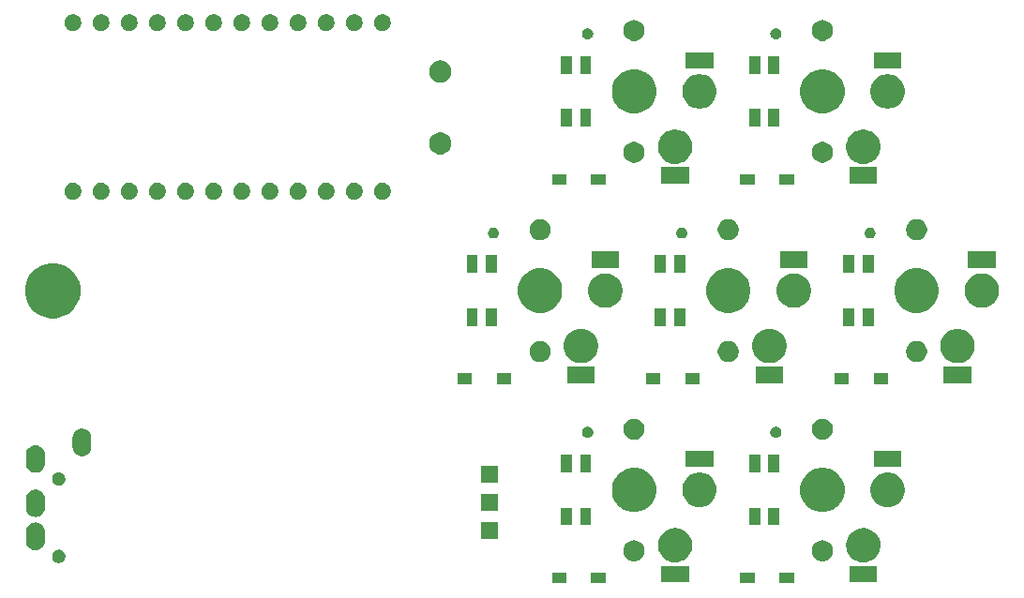
<source format=gbr>
G04 #@! TF.GenerationSoftware,KiCad,Pcbnew,(5.1.5)-3*
G04 #@! TF.CreationDate,2021-03-06T01:46:44+09:00*
G04 #@! TF.ProjectId,Nafuda,4e616675-6461-42e6-9b69-6361645f7063,rev?*
G04 #@! TF.SameCoordinates,Original*
G04 #@! TF.FileFunction,Soldermask,Bot*
G04 #@! TF.FilePolarity,Negative*
%FSLAX46Y46*%
G04 Gerber Fmt 4.6, Leading zero omitted, Abs format (unit mm)*
G04 Created by KiCad (PCBNEW (5.1.5)-3) date 2021-03-06 01:46:44*
%MOMM*%
%LPD*%
G04 APERTURE LIST*
%ADD10C,0.100000*%
G04 APERTURE END LIST*
D10*
G36*
X170925000Y-153925000D02*
G01*
X169625000Y-153925000D01*
X169625000Y-152975000D01*
X170925000Y-152975000D01*
X170925000Y-153925000D01*
G37*
G36*
X167375000Y-153925000D02*
G01*
X166075000Y-153925000D01*
X166075000Y-152975000D01*
X167375000Y-152975000D01*
X167375000Y-153925000D01*
G37*
G36*
X153925000Y-153925000D02*
G01*
X152625000Y-153925000D01*
X152625000Y-152975000D01*
X153925000Y-152975000D01*
X153925000Y-153925000D01*
G37*
G36*
X150375000Y-153925000D02*
G01*
X149075000Y-153925000D01*
X149075000Y-152975000D01*
X150375000Y-152975000D01*
X150375000Y-153925000D01*
G37*
G36*
X178450000Y-153850000D02*
G01*
X175950000Y-153850000D01*
X175950000Y-152350000D01*
X178450000Y-152350000D01*
X178450000Y-153850000D01*
G37*
G36*
X161450000Y-153850000D02*
G01*
X158950000Y-153850000D01*
X158950000Y-152350000D01*
X161450000Y-152350000D01*
X161450000Y-153850000D01*
G37*
G36*
X104725013Y-150923057D02*
G01*
X104834206Y-150968286D01*
X104932477Y-151033949D01*
X105016051Y-151117523D01*
X105081714Y-151215794D01*
X105126943Y-151324987D01*
X105150000Y-151440904D01*
X105150000Y-151559096D01*
X105126943Y-151675013D01*
X105081714Y-151784206D01*
X105016051Y-151882477D01*
X104932477Y-151966051D01*
X104834206Y-152031714D01*
X104725013Y-152076943D01*
X104609096Y-152100000D01*
X104490904Y-152100000D01*
X104374987Y-152076943D01*
X104265794Y-152031714D01*
X104167523Y-151966051D01*
X104083949Y-151882477D01*
X104018286Y-151784206D01*
X103973057Y-151675013D01*
X103950000Y-151559096D01*
X103950000Y-151440904D01*
X103973057Y-151324987D01*
X104018286Y-151215794D01*
X104083949Y-151117523D01*
X104167523Y-151033949D01*
X104265794Y-150968286D01*
X104374987Y-150923057D01*
X104490904Y-150900000D01*
X104609096Y-150900000D01*
X104725013Y-150923057D01*
G37*
G36*
X177469011Y-148973143D02*
G01*
X177652118Y-149009565D01*
X177768960Y-149057963D01*
X177934199Y-149126407D01*
X178018439Y-149182694D01*
X178188068Y-149296036D01*
X178403964Y-149511932D01*
X178517306Y-149681561D01*
X178573593Y-149765801D01*
X178625866Y-149892000D01*
X178690435Y-150047882D01*
X178709107Y-150141752D01*
X178750000Y-150347337D01*
X178750000Y-150652663D01*
X178736030Y-150722895D01*
X178690435Y-150952118D01*
X178656539Y-151033949D01*
X178573593Y-151234199D01*
X178573592Y-151234200D01*
X178403964Y-151488068D01*
X178188068Y-151703964D01*
X178067975Y-151784207D01*
X177934199Y-151873593D01*
X177837874Y-151913492D01*
X177652118Y-151990435D01*
X177502390Y-152020217D01*
X177352663Y-152050000D01*
X177047337Y-152050000D01*
X176897610Y-152020217D01*
X176747882Y-151990435D01*
X176562126Y-151913492D01*
X176465801Y-151873593D01*
X176332025Y-151784207D01*
X176211932Y-151703964D01*
X175996036Y-151488068D01*
X175826408Y-151234200D01*
X175826407Y-151234199D01*
X175743461Y-151033949D01*
X175709565Y-150952118D01*
X175663970Y-150722895D01*
X175650000Y-150652663D01*
X175650000Y-150347337D01*
X175690893Y-150141752D01*
X175709565Y-150047882D01*
X175774134Y-149892000D01*
X175826407Y-149765801D01*
X175882694Y-149681561D01*
X175996036Y-149511932D01*
X176211932Y-149296036D01*
X176381561Y-149182694D01*
X176465801Y-149126407D01*
X176631040Y-149057963D01*
X176747882Y-149009565D01*
X176930989Y-148973143D01*
X177047337Y-148950000D01*
X177352663Y-148950000D01*
X177469011Y-148973143D01*
G37*
G36*
X160469011Y-148973143D02*
G01*
X160652118Y-149009565D01*
X160768960Y-149057963D01*
X160934199Y-149126407D01*
X161018439Y-149182694D01*
X161188068Y-149296036D01*
X161403964Y-149511932D01*
X161517306Y-149681561D01*
X161573593Y-149765801D01*
X161625866Y-149892000D01*
X161690435Y-150047882D01*
X161709107Y-150141752D01*
X161750000Y-150347337D01*
X161750000Y-150652663D01*
X161736030Y-150722895D01*
X161690435Y-150952118D01*
X161656539Y-151033949D01*
X161573593Y-151234199D01*
X161573592Y-151234200D01*
X161403964Y-151488068D01*
X161188068Y-151703964D01*
X161067975Y-151784207D01*
X160934199Y-151873593D01*
X160837874Y-151913492D01*
X160652118Y-151990435D01*
X160502390Y-152020217D01*
X160352663Y-152050000D01*
X160047337Y-152050000D01*
X159897610Y-152020217D01*
X159747882Y-151990435D01*
X159562126Y-151913492D01*
X159465801Y-151873593D01*
X159332025Y-151784207D01*
X159211932Y-151703964D01*
X158996036Y-151488068D01*
X158826408Y-151234200D01*
X158826407Y-151234199D01*
X158743461Y-151033949D01*
X158709565Y-150952118D01*
X158663970Y-150722895D01*
X158650000Y-150652663D01*
X158650000Y-150347337D01*
X158690893Y-150141752D01*
X158709565Y-150047882D01*
X158774134Y-149892000D01*
X158826407Y-149765801D01*
X158882694Y-149681561D01*
X158996036Y-149511932D01*
X159211932Y-149296036D01*
X159381561Y-149182694D01*
X159465801Y-149126407D01*
X159631040Y-149057963D01*
X159747882Y-149009565D01*
X159930989Y-148973143D01*
X160047337Y-148950000D01*
X160352663Y-148950000D01*
X160469011Y-148973143D01*
G37*
G36*
X173685336Y-150068254D02*
G01*
X173777105Y-150086508D01*
X173949994Y-150158121D01*
X174105590Y-150262087D01*
X174237913Y-150394410D01*
X174341879Y-150550006D01*
X174405644Y-150703949D01*
X174413492Y-150722896D01*
X174448721Y-150900000D01*
X174450000Y-150906433D01*
X174450000Y-151093567D01*
X174413492Y-151277105D01*
X174341879Y-151449994D01*
X174237913Y-151605590D01*
X174105590Y-151737913D01*
X173949994Y-151841879D01*
X173777105Y-151913492D01*
X173685336Y-151931746D01*
X173593568Y-151950000D01*
X173406432Y-151950000D01*
X173314664Y-151931746D01*
X173222895Y-151913492D01*
X173050006Y-151841879D01*
X172894410Y-151737913D01*
X172762087Y-151605590D01*
X172658121Y-151449994D01*
X172586508Y-151277105D01*
X172550000Y-151093567D01*
X172550000Y-150906433D01*
X172551280Y-150900000D01*
X172586508Y-150722896D01*
X172594356Y-150703949D01*
X172658121Y-150550006D01*
X172762087Y-150394410D01*
X172894410Y-150262087D01*
X173050006Y-150158121D01*
X173222895Y-150086508D01*
X173314664Y-150068254D01*
X173406432Y-150050000D01*
X173593568Y-150050000D01*
X173685336Y-150068254D01*
G37*
G36*
X156685336Y-150068254D02*
G01*
X156777105Y-150086508D01*
X156949994Y-150158121D01*
X157105590Y-150262087D01*
X157237913Y-150394410D01*
X157341879Y-150550006D01*
X157405644Y-150703949D01*
X157413492Y-150722896D01*
X157448721Y-150900000D01*
X157450000Y-150906433D01*
X157450000Y-151093567D01*
X157413492Y-151277105D01*
X157341879Y-151449994D01*
X157237913Y-151605590D01*
X157105590Y-151737913D01*
X156949994Y-151841879D01*
X156777105Y-151913492D01*
X156685336Y-151931746D01*
X156593568Y-151950000D01*
X156406432Y-151950000D01*
X156314664Y-151931746D01*
X156222895Y-151913492D01*
X156050006Y-151841879D01*
X155894410Y-151737913D01*
X155762087Y-151605590D01*
X155658121Y-151449994D01*
X155586508Y-151277105D01*
X155550000Y-151093567D01*
X155550000Y-150906433D01*
X155551280Y-150900000D01*
X155586508Y-150722896D01*
X155594356Y-150703949D01*
X155658121Y-150550006D01*
X155762087Y-150394410D01*
X155894410Y-150262087D01*
X156050006Y-150158121D01*
X156222895Y-150086508D01*
X156314664Y-150068254D01*
X156406432Y-150050000D01*
X156593568Y-150050000D01*
X156685336Y-150068254D01*
G37*
G36*
X102616627Y-148462299D02*
G01*
X102696742Y-148486601D01*
X102776855Y-148510903D01*
X102776857Y-148510904D01*
X102924518Y-148589831D01*
X103053949Y-148696051D01*
X103160168Y-148825481D01*
X103239097Y-148973145D01*
X103278652Y-149103543D01*
X103287701Y-149133374D01*
X103300000Y-149258249D01*
X103300000Y-150141752D01*
X103287701Y-150266627D01*
X103287700Y-150266629D01*
X103248939Y-150394411D01*
X103239096Y-150426857D01*
X103160169Y-150574518D01*
X103053949Y-150703949D01*
X102924518Y-150810169D01*
X102776857Y-150889096D01*
X102616626Y-150937701D01*
X102450000Y-150954112D01*
X102283373Y-150937701D01*
X102203258Y-150913398D01*
X102123145Y-150889097D01*
X102123143Y-150889096D01*
X101975482Y-150810169D01*
X101846051Y-150703949D01*
X101739831Y-150574518D01*
X101660904Y-150426857D01*
X101612299Y-150266626D01*
X101600000Y-150141751D01*
X101600000Y-149258249D01*
X101612300Y-149133373D01*
X101636602Y-149053258D01*
X101660904Y-148973145D01*
X101739833Y-148825481D01*
X101846052Y-148696051D01*
X101975483Y-148589831D01*
X102123144Y-148510904D01*
X102123146Y-148510903D01*
X102203259Y-148486601D01*
X102283374Y-148462299D01*
X102450000Y-148445888D01*
X102616627Y-148462299D01*
G37*
G36*
X144212000Y-149892000D02*
G01*
X142688000Y-149892000D01*
X142688000Y-148368000D01*
X144212000Y-148368000D01*
X144212000Y-149892000D01*
G37*
G36*
X167875000Y-148700000D02*
G01*
X166875000Y-148700000D01*
X166875000Y-147100000D01*
X167875000Y-147100000D01*
X167875000Y-148700000D01*
G37*
G36*
X169625000Y-148700000D02*
G01*
X168625000Y-148700000D01*
X168625000Y-147100000D01*
X169625000Y-147100000D01*
X169625000Y-148700000D01*
G37*
G36*
X152625000Y-148700000D02*
G01*
X151625000Y-148700000D01*
X151625000Y-147100000D01*
X152625000Y-147100000D01*
X152625000Y-148700000D01*
G37*
G36*
X150875000Y-148700000D02*
G01*
X149875000Y-148700000D01*
X149875000Y-147100000D01*
X150875000Y-147100000D01*
X150875000Y-148700000D01*
G37*
G36*
X102616627Y-145462299D02*
G01*
X102696742Y-145486602D01*
X102776855Y-145510903D01*
X102776857Y-145510904D01*
X102924518Y-145589831D01*
X103053949Y-145696051D01*
X103160169Y-145825482D01*
X103239096Y-145973143D01*
X103287701Y-146133374D01*
X103300000Y-146258249D01*
X103300000Y-147141752D01*
X103287701Y-147266627D01*
X103285956Y-147272378D01*
X103240224Y-147423141D01*
X103239096Y-147426857D01*
X103160169Y-147574518D01*
X103053949Y-147703949D01*
X102924518Y-147810169D01*
X102776857Y-147889096D01*
X102616626Y-147937701D01*
X102450000Y-147954112D01*
X102283373Y-147937701D01*
X102203258Y-147913399D01*
X102123145Y-147889097D01*
X102123143Y-147889096D01*
X101975482Y-147810169D01*
X101846051Y-147703949D01*
X101739831Y-147574518D01*
X101660904Y-147426857D01*
X101612299Y-147266626D01*
X101600000Y-147141751D01*
X101600000Y-146258249D01*
X101612300Y-146133373D01*
X101660905Y-145973143D01*
X101739832Y-145825482D01*
X101846052Y-145696051D01*
X101975483Y-145589831D01*
X102123144Y-145510904D01*
X102123146Y-145510903D01*
X102203259Y-145486602D01*
X102283374Y-145462299D01*
X102450000Y-145445888D01*
X102616627Y-145462299D01*
G37*
G36*
X157083377Y-143576858D02*
G01*
X157390201Y-143703949D01*
X157447355Y-143727623D01*
X157570892Y-143810168D01*
X157774925Y-143946498D01*
X158053502Y-144225075D01*
X158272378Y-144552647D01*
X158423142Y-144916623D01*
X158500000Y-145303016D01*
X158500000Y-145696984D01*
X158423142Y-146083377D01*
X158272378Y-146447353D01*
X158053502Y-146774925D01*
X157774925Y-147053502D01*
X157642855Y-147141748D01*
X157447355Y-147272377D01*
X157447354Y-147272378D01*
X157447353Y-147272378D01*
X157083377Y-147423142D01*
X156696984Y-147500000D01*
X156303016Y-147500000D01*
X155916623Y-147423142D01*
X155552647Y-147272378D01*
X155552646Y-147272378D01*
X155552645Y-147272377D01*
X155357145Y-147141748D01*
X155225075Y-147053502D01*
X154946498Y-146774925D01*
X154727622Y-146447353D01*
X154576858Y-146083377D01*
X154500000Y-145696984D01*
X154500000Y-145303016D01*
X154576858Y-144916623D01*
X154727622Y-144552647D01*
X154946498Y-144225075D01*
X155225075Y-143946498D01*
X155429108Y-143810168D01*
X155552645Y-143727623D01*
X155609799Y-143703949D01*
X155916623Y-143576858D01*
X156303016Y-143500000D01*
X156696984Y-143500000D01*
X157083377Y-143576858D01*
G37*
G36*
X174083377Y-143576858D02*
G01*
X174390201Y-143703949D01*
X174447355Y-143727623D01*
X174570892Y-143810168D01*
X174774925Y-143946498D01*
X175053502Y-144225075D01*
X175272378Y-144552647D01*
X175423142Y-144916623D01*
X175500000Y-145303016D01*
X175500000Y-145696984D01*
X175423142Y-146083377D01*
X175272378Y-146447353D01*
X175053502Y-146774925D01*
X174774925Y-147053502D01*
X174642855Y-147141748D01*
X174447355Y-147272377D01*
X174447354Y-147272378D01*
X174447353Y-147272378D01*
X174083377Y-147423142D01*
X173696984Y-147500000D01*
X173303016Y-147500000D01*
X172916623Y-147423142D01*
X172552647Y-147272378D01*
X172552646Y-147272378D01*
X172552645Y-147272377D01*
X172357145Y-147141748D01*
X172225075Y-147053502D01*
X171946498Y-146774925D01*
X171727622Y-146447353D01*
X171576858Y-146083377D01*
X171500000Y-145696984D01*
X171500000Y-145303016D01*
X171576858Y-144916623D01*
X171727622Y-144552647D01*
X171946498Y-144225075D01*
X172225075Y-143946498D01*
X172429108Y-143810168D01*
X172552645Y-143727623D01*
X172609799Y-143703949D01*
X172916623Y-143576858D01*
X173303016Y-143500000D01*
X173696984Y-143500000D01*
X174083377Y-143576858D01*
G37*
G36*
X144212000Y-147352000D02*
G01*
X142688000Y-147352000D01*
X142688000Y-145828000D01*
X144212000Y-145828000D01*
X144212000Y-147352000D01*
G37*
G36*
X162573335Y-143954112D02*
G01*
X162852118Y-144009565D01*
X162910988Y-144033950D01*
X163134199Y-144126407D01*
X163134200Y-144126408D01*
X163388068Y-144296036D01*
X163603964Y-144511932D01*
X163712930Y-144675013D01*
X163773593Y-144765801D01*
X163792729Y-144812000D01*
X163890435Y-145047882D01*
X163900802Y-145100000D01*
X163950000Y-145347337D01*
X163950000Y-145652663D01*
X163890435Y-145952117D01*
X163773593Y-146234199D01*
X163773592Y-146234200D01*
X163603964Y-146488068D01*
X163388068Y-146703964D01*
X163281865Y-146774926D01*
X163134199Y-146873593D01*
X162968960Y-146942037D01*
X162852118Y-146990435D01*
X162702390Y-147020218D01*
X162552663Y-147050000D01*
X162247337Y-147050000D01*
X162097610Y-147020218D01*
X161947882Y-146990435D01*
X161831040Y-146942037D01*
X161665801Y-146873593D01*
X161518135Y-146774926D01*
X161411932Y-146703964D01*
X161196036Y-146488068D01*
X161026408Y-146234200D01*
X161026407Y-146234199D01*
X160909565Y-145952117D01*
X160850000Y-145652663D01*
X160850000Y-145347337D01*
X160899198Y-145100000D01*
X160909565Y-145047882D01*
X161007271Y-144812000D01*
X161026407Y-144765801D01*
X161087070Y-144675013D01*
X161196036Y-144511932D01*
X161411932Y-144296036D01*
X161665800Y-144126408D01*
X161665801Y-144126407D01*
X161889012Y-144033950D01*
X161947882Y-144009565D01*
X162226665Y-143954112D01*
X162247337Y-143950000D01*
X162552663Y-143950000D01*
X162573335Y-143954112D01*
G37*
G36*
X179573335Y-143954112D02*
G01*
X179852118Y-144009565D01*
X179910988Y-144033950D01*
X180134199Y-144126407D01*
X180134200Y-144126408D01*
X180388068Y-144296036D01*
X180603964Y-144511932D01*
X180712930Y-144675013D01*
X180773593Y-144765801D01*
X180792729Y-144812000D01*
X180890435Y-145047882D01*
X180900802Y-145100000D01*
X180950000Y-145347337D01*
X180950000Y-145652663D01*
X180890435Y-145952117D01*
X180773593Y-146234199D01*
X180773592Y-146234200D01*
X180603964Y-146488068D01*
X180388068Y-146703964D01*
X180281865Y-146774926D01*
X180134199Y-146873593D01*
X179968960Y-146942037D01*
X179852118Y-146990435D01*
X179702390Y-147020218D01*
X179552663Y-147050000D01*
X179247337Y-147050000D01*
X179097610Y-147020218D01*
X178947882Y-146990435D01*
X178831040Y-146942037D01*
X178665801Y-146873593D01*
X178518135Y-146774926D01*
X178411932Y-146703964D01*
X178196036Y-146488068D01*
X178026408Y-146234200D01*
X178026407Y-146234199D01*
X177909565Y-145952117D01*
X177850000Y-145652663D01*
X177850000Y-145347337D01*
X177899198Y-145100000D01*
X177909565Y-145047882D01*
X178007271Y-144812000D01*
X178026407Y-144765801D01*
X178087070Y-144675013D01*
X178196036Y-144511932D01*
X178411932Y-144296036D01*
X178665800Y-144126408D01*
X178665801Y-144126407D01*
X178889012Y-144033950D01*
X178947882Y-144009565D01*
X179226665Y-143954112D01*
X179247337Y-143950000D01*
X179552663Y-143950000D01*
X179573335Y-143954112D01*
G37*
G36*
X104725013Y-143923057D02*
G01*
X104834206Y-143968286D01*
X104932477Y-144033949D01*
X105016051Y-144117523D01*
X105081714Y-144215794D01*
X105126943Y-144324987D01*
X105150000Y-144440904D01*
X105150000Y-144559096D01*
X105126943Y-144675013D01*
X105081714Y-144784206D01*
X105016051Y-144882477D01*
X104932477Y-144966051D01*
X104834206Y-145031714D01*
X104725013Y-145076943D01*
X104609096Y-145100000D01*
X104490904Y-145100000D01*
X104374987Y-145076943D01*
X104265794Y-145031714D01*
X104167523Y-144966051D01*
X104083949Y-144882477D01*
X104018286Y-144784206D01*
X103973057Y-144675013D01*
X103950000Y-144559096D01*
X103950000Y-144440904D01*
X103973057Y-144324987D01*
X104018286Y-144215794D01*
X104083949Y-144117523D01*
X104167523Y-144033949D01*
X104265794Y-143968286D01*
X104374987Y-143923057D01*
X104490904Y-143900000D01*
X104609096Y-143900000D01*
X104725013Y-143923057D01*
G37*
G36*
X144212000Y-144812000D02*
G01*
X142688000Y-144812000D01*
X142688000Y-143288000D01*
X144212000Y-143288000D01*
X144212000Y-144812000D01*
G37*
G36*
X102616627Y-141462299D02*
G01*
X102696742Y-141486602D01*
X102776855Y-141510903D01*
X102776857Y-141510904D01*
X102924518Y-141589831D01*
X103053949Y-141696051D01*
X103160168Y-141825481D01*
X103239097Y-141973145D01*
X103269848Y-142074519D01*
X103287701Y-142133374D01*
X103300000Y-142258249D01*
X103300000Y-143141752D01*
X103287701Y-143266627D01*
X103239096Y-143426857D01*
X103160169Y-143574518D01*
X103053949Y-143703949D01*
X102924518Y-143810169D01*
X102776857Y-143889096D01*
X102616626Y-143937701D01*
X102450000Y-143954112D01*
X102283373Y-143937701D01*
X102203258Y-143913399D01*
X102123145Y-143889097D01*
X102123143Y-143889096D01*
X101975482Y-143810169D01*
X101846051Y-143703949D01*
X101739831Y-143574518D01*
X101660904Y-143426857D01*
X101612299Y-143266626D01*
X101600000Y-143141751D01*
X101600000Y-142258249D01*
X101612300Y-142133373D01*
X101660905Y-141973143D01*
X101739832Y-141825482D01*
X101846052Y-141696051D01*
X101975483Y-141589831D01*
X102123144Y-141510904D01*
X102123146Y-141510903D01*
X102203259Y-141486601D01*
X102283374Y-141462299D01*
X102450000Y-141445888D01*
X102616627Y-141462299D01*
G37*
G36*
X167875000Y-143900000D02*
G01*
X166875000Y-143900000D01*
X166875000Y-142300000D01*
X167875000Y-142300000D01*
X167875000Y-143900000D01*
G37*
G36*
X169625000Y-143900000D02*
G01*
X168625000Y-143900000D01*
X168625000Y-142300000D01*
X169625000Y-142300000D01*
X169625000Y-143900000D01*
G37*
G36*
X150875000Y-143900000D02*
G01*
X149875000Y-143900000D01*
X149875000Y-142300000D01*
X150875000Y-142300000D01*
X150875000Y-143900000D01*
G37*
G36*
X152625000Y-143900000D02*
G01*
X151625000Y-143900000D01*
X151625000Y-142300000D01*
X152625000Y-142300000D01*
X152625000Y-143900000D01*
G37*
G36*
X163650000Y-143450000D02*
G01*
X161150000Y-143450000D01*
X161150000Y-141950000D01*
X163650000Y-141950000D01*
X163650000Y-143450000D01*
G37*
G36*
X180650000Y-143450000D02*
G01*
X178150000Y-143450000D01*
X178150000Y-141950000D01*
X180650000Y-141950000D01*
X180650000Y-143450000D01*
G37*
G36*
X106816627Y-139962299D02*
G01*
X106896742Y-139986601D01*
X106976855Y-140010903D01*
X106976857Y-140010904D01*
X107124518Y-140089831D01*
X107253949Y-140196051D01*
X107360169Y-140325482D01*
X107439096Y-140473143D01*
X107439097Y-140473145D01*
X107452351Y-140516839D01*
X107487701Y-140633374D01*
X107500000Y-140758249D01*
X107500000Y-141641752D01*
X107487701Y-141766627D01*
X107439096Y-141926857D01*
X107360169Y-142074518D01*
X107253949Y-142203949D01*
X107124518Y-142310169D01*
X106976857Y-142389096D01*
X106816626Y-142437701D01*
X106650000Y-142454112D01*
X106483373Y-142437701D01*
X106403258Y-142413398D01*
X106323145Y-142389097D01*
X106323143Y-142389096D01*
X106175482Y-142310169D01*
X106046051Y-142203949D01*
X105939831Y-142074518D01*
X105860904Y-141926857D01*
X105812299Y-141766626D01*
X105800000Y-141641751D01*
X105800000Y-140758249D01*
X105812300Y-140633373D01*
X105847650Y-140516839D01*
X105860904Y-140473145D01*
X105860905Y-140473143D01*
X105939832Y-140325482D01*
X106046052Y-140196051D01*
X106175483Y-140089831D01*
X106323144Y-140010904D01*
X106323146Y-140010903D01*
X106403259Y-139986602D01*
X106483374Y-139962299D01*
X106650000Y-139945888D01*
X106816627Y-139962299D01*
G37*
G36*
X156685336Y-139068254D02*
G01*
X156777105Y-139086508D01*
X156949994Y-139158121D01*
X157105590Y-139262087D01*
X157237913Y-139394410D01*
X157341879Y-139550006D01*
X157413492Y-139722895D01*
X157450000Y-139906433D01*
X157450000Y-140093567D01*
X157413492Y-140277105D01*
X157341879Y-140449994D01*
X157237913Y-140605590D01*
X157105590Y-140737913D01*
X156949994Y-140841879D01*
X156777105Y-140913492D01*
X156685336Y-140931746D01*
X156593568Y-140950000D01*
X156406432Y-140950000D01*
X156314664Y-140931746D01*
X156222895Y-140913492D01*
X156050006Y-140841879D01*
X155894410Y-140737913D01*
X155762087Y-140605590D01*
X155658121Y-140449994D01*
X155586508Y-140277105D01*
X155550000Y-140093567D01*
X155550000Y-139906433D01*
X155586508Y-139722895D01*
X155658121Y-139550006D01*
X155762087Y-139394410D01*
X155894410Y-139262087D01*
X156050006Y-139158121D01*
X156222895Y-139086508D01*
X156314664Y-139068254D01*
X156406432Y-139050000D01*
X156593568Y-139050000D01*
X156685336Y-139068254D01*
G37*
G36*
X173685336Y-139068254D02*
G01*
X173777105Y-139086508D01*
X173949994Y-139158121D01*
X174105590Y-139262087D01*
X174237913Y-139394410D01*
X174341879Y-139550006D01*
X174413492Y-139722895D01*
X174450000Y-139906433D01*
X174450000Y-140093567D01*
X174413492Y-140277105D01*
X174341879Y-140449994D01*
X174237913Y-140605590D01*
X174105590Y-140737913D01*
X173949994Y-140841879D01*
X173777105Y-140913492D01*
X173685336Y-140931746D01*
X173593568Y-140950000D01*
X173406432Y-140950000D01*
X173314664Y-140931746D01*
X173222895Y-140913492D01*
X173050006Y-140841879D01*
X172894410Y-140737913D01*
X172762087Y-140605590D01*
X172658121Y-140449994D01*
X172586508Y-140277105D01*
X172550000Y-140093567D01*
X172550000Y-139906433D01*
X172586508Y-139722895D01*
X172658121Y-139550006D01*
X172762087Y-139394410D01*
X172894410Y-139262087D01*
X173050006Y-139158121D01*
X173222895Y-139086508D01*
X173314664Y-139068254D01*
X173406432Y-139050000D01*
X173593568Y-139050000D01*
X173685336Y-139068254D01*
G37*
G36*
X152445843Y-139799214D02*
G01*
X152445846Y-139799215D01*
X152445845Y-139799215D01*
X152536839Y-139836906D01*
X152578063Y-139864451D01*
X152618730Y-139891624D01*
X152688376Y-139961270D01*
X152743095Y-140043163D01*
X152780786Y-140134157D01*
X152800000Y-140230753D01*
X152800000Y-140329247D01*
X152780786Y-140425843D01*
X152780785Y-140425845D01*
X152743094Y-140516839D01*
X152688375Y-140598731D01*
X152618731Y-140668375D01*
X152536839Y-140723094D01*
X152536838Y-140723095D01*
X152536837Y-140723095D01*
X152445843Y-140760786D01*
X152349247Y-140780000D01*
X152250753Y-140780000D01*
X152154157Y-140760786D01*
X152063163Y-140723095D01*
X152063162Y-140723095D01*
X152063161Y-140723094D01*
X151981269Y-140668375D01*
X151911625Y-140598731D01*
X151856906Y-140516839D01*
X151819215Y-140425845D01*
X151819214Y-140425843D01*
X151800000Y-140329247D01*
X151800000Y-140230753D01*
X151819214Y-140134157D01*
X151856905Y-140043163D01*
X151911624Y-139961270D01*
X151981270Y-139891624D01*
X152021937Y-139864451D01*
X152063161Y-139836906D01*
X152154155Y-139799215D01*
X152154154Y-139799215D01*
X152154157Y-139799214D01*
X152250753Y-139780000D01*
X152349247Y-139780000D01*
X152445843Y-139799214D01*
G37*
G36*
X169445843Y-139799214D02*
G01*
X169445846Y-139799215D01*
X169445845Y-139799215D01*
X169536839Y-139836906D01*
X169578063Y-139864451D01*
X169618730Y-139891624D01*
X169688376Y-139961270D01*
X169743095Y-140043163D01*
X169780786Y-140134157D01*
X169800000Y-140230753D01*
X169800000Y-140329247D01*
X169780786Y-140425843D01*
X169780785Y-140425845D01*
X169743094Y-140516839D01*
X169688375Y-140598731D01*
X169618731Y-140668375D01*
X169536839Y-140723094D01*
X169536838Y-140723095D01*
X169536837Y-140723095D01*
X169445843Y-140760786D01*
X169349247Y-140780000D01*
X169250753Y-140780000D01*
X169154157Y-140760786D01*
X169063163Y-140723095D01*
X169063162Y-140723095D01*
X169063161Y-140723094D01*
X168981269Y-140668375D01*
X168911625Y-140598731D01*
X168856906Y-140516839D01*
X168819215Y-140425845D01*
X168819214Y-140425843D01*
X168800000Y-140329247D01*
X168800000Y-140230753D01*
X168819214Y-140134157D01*
X168856905Y-140043163D01*
X168911624Y-139961270D01*
X168981270Y-139891624D01*
X169021937Y-139864451D01*
X169063161Y-139836906D01*
X169154155Y-139799215D01*
X169154154Y-139799215D01*
X169154157Y-139799214D01*
X169250753Y-139780000D01*
X169349247Y-139780000D01*
X169445843Y-139799214D01*
G37*
G36*
X141875000Y-135925000D02*
G01*
X140575000Y-135925000D01*
X140575000Y-134975000D01*
X141875000Y-134975000D01*
X141875000Y-135925000D01*
G37*
G36*
X175875000Y-135925000D02*
G01*
X174575000Y-135925000D01*
X174575000Y-134975000D01*
X175875000Y-134975000D01*
X175875000Y-135925000D01*
G37*
G36*
X179425000Y-135925000D02*
G01*
X178125000Y-135925000D01*
X178125000Y-134975000D01*
X179425000Y-134975000D01*
X179425000Y-135925000D01*
G37*
G36*
X145425000Y-135925000D02*
G01*
X144125000Y-135925000D01*
X144125000Y-134975000D01*
X145425000Y-134975000D01*
X145425000Y-135925000D01*
G37*
G36*
X158875000Y-135925000D02*
G01*
X157575000Y-135925000D01*
X157575000Y-134975000D01*
X158875000Y-134975000D01*
X158875000Y-135925000D01*
G37*
G36*
X162425000Y-135925000D02*
G01*
X161125000Y-135925000D01*
X161125000Y-134975000D01*
X162425000Y-134975000D01*
X162425000Y-135925000D01*
G37*
G36*
X152950000Y-135850000D02*
G01*
X150450000Y-135850000D01*
X150450000Y-134350000D01*
X152950000Y-134350000D01*
X152950000Y-135850000D01*
G37*
G36*
X169950000Y-135850000D02*
G01*
X167450000Y-135850000D01*
X167450000Y-134350000D01*
X169950000Y-134350000D01*
X169950000Y-135850000D01*
G37*
G36*
X186950000Y-135850000D02*
G01*
X184450000Y-135850000D01*
X184450000Y-134350000D01*
X186950000Y-134350000D01*
X186950000Y-135850000D01*
G37*
G36*
X152002390Y-130979782D02*
G01*
X152152118Y-131009565D01*
X152268960Y-131057963D01*
X152434199Y-131126407D01*
X152434200Y-131126408D01*
X152688068Y-131296036D01*
X152903964Y-131511932D01*
X153017306Y-131681561D01*
X153073593Y-131765801D01*
X153190435Y-132047883D01*
X153250000Y-132347337D01*
X153250000Y-132652663D01*
X153190435Y-132952117D01*
X153073593Y-133234199D01*
X153073592Y-133234200D01*
X152903964Y-133488068D01*
X152688068Y-133703964D01*
X152637259Y-133737913D01*
X152434199Y-133873593D01*
X152337874Y-133913492D01*
X152152118Y-133990435D01*
X152002390Y-134020217D01*
X151852663Y-134050000D01*
X151547337Y-134050000D01*
X151397610Y-134020217D01*
X151247882Y-133990435D01*
X151062126Y-133913492D01*
X150965801Y-133873593D01*
X150762741Y-133737913D01*
X150711932Y-133703964D01*
X150496036Y-133488068D01*
X150326408Y-133234200D01*
X150326407Y-133234199D01*
X150209565Y-132952117D01*
X150150000Y-132652663D01*
X150150000Y-132347337D01*
X150209565Y-132047883D01*
X150326407Y-131765801D01*
X150382694Y-131681561D01*
X150496036Y-131511932D01*
X150711932Y-131296036D01*
X150965800Y-131126408D01*
X150965801Y-131126407D01*
X151131040Y-131057963D01*
X151247882Y-131009565D01*
X151397610Y-130979782D01*
X151547337Y-130950000D01*
X151852663Y-130950000D01*
X152002390Y-130979782D01*
G37*
G36*
X186002390Y-130979782D02*
G01*
X186152118Y-131009565D01*
X186268960Y-131057963D01*
X186434199Y-131126407D01*
X186434200Y-131126408D01*
X186688068Y-131296036D01*
X186903964Y-131511932D01*
X187017306Y-131681561D01*
X187073593Y-131765801D01*
X187190435Y-132047883D01*
X187250000Y-132347337D01*
X187250000Y-132652663D01*
X187190435Y-132952117D01*
X187073593Y-133234199D01*
X187073592Y-133234200D01*
X186903964Y-133488068D01*
X186688068Y-133703964D01*
X186637259Y-133737913D01*
X186434199Y-133873593D01*
X186337874Y-133913492D01*
X186152118Y-133990435D01*
X186002390Y-134020217D01*
X185852663Y-134050000D01*
X185547337Y-134050000D01*
X185397610Y-134020217D01*
X185247882Y-133990435D01*
X185062126Y-133913492D01*
X184965801Y-133873593D01*
X184762741Y-133737913D01*
X184711932Y-133703964D01*
X184496036Y-133488068D01*
X184326408Y-133234200D01*
X184326407Y-133234199D01*
X184209565Y-132952117D01*
X184150000Y-132652663D01*
X184150000Y-132347337D01*
X184209565Y-132047883D01*
X184326407Y-131765801D01*
X184382694Y-131681561D01*
X184496036Y-131511932D01*
X184711932Y-131296036D01*
X184965800Y-131126408D01*
X184965801Y-131126407D01*
X185131040Y-131057963D01*
X185247882Y-131009565D01*
X185397610Y-130979782D01*
X185547337Y-130950000D01*
X185852663Y-130950000D01*
X186002390Y-130979782D01*
G37*
G36*
X169002390Y-130979782D02*
G01*
X169152118Y-131009565D01*
X169268960Y-131057963D01*
X169434199Y-131126407D01*
X169434200Y-131126408D01*
X169688068Y-131296036D01*
X169903964Y-131511932D01*
X170017306Y-131681561D01*
X170073593Y-131765801D01*
X170190435Y-132047883D01*
X170250000Y-132347337D01*
X170250000Y-132652663D01*
X170190435Y-132952117D01*
X170073593Y-133234199D01*
X170073592Y-133234200D01*
X169903964Y-133488068D01*
X169688068Y-133703964D01*
X169637259Y-133737913D01*
X169434199Y-133873593D01*
X169337874Y-133913492D01*
X169152118Y-133990435D01*
X169002390Y-134020217D01*
X168852663Y-134050000D01*
X168547337Y-134050000D01*
X168397610Y-134020217D01*
X168247882Y-133990435D01*
X168062126Y-133913492D01*
X167965801Y-133873593D01*
X167762741Y-133737913D01*
X167711932Y-133703964D01*
X167496036Y-133488068D01*
X167326408Y-133234200D01*
X167326407Y-133234199D01*
X167209565Y-132952117D01*
X167150000Y-132652663D01*
X167150000Y-132347337D01*
X167209565Y-132047883D01*
X167326407Y-131765801D01*
X167382694Y-131681561D01*
X167496036Y-131511932D01*
X167711932Y-131296036D01*
X167965800Y-131126408D01*
X167965801Y-131126407D01*
X168131040Y-131057963D01*
X168247882Y-131009565D01*
X168397610Y-130979782D01*
X168547337Y-130950000D01*
X168852663Y-130950000D01*
X169002390Y-130979782D01*
G37*
G36*
X165185336Y-132068254D02*
G01*
X165277105Y-132086508D01*
X165449994Y-132158121D01*
X165605590Y-132262087D01*
X165737913Y-132394410D01*
X165841879Y-132550006D01*
X165913492Y-132722895D01*
X165950000Y-132906433D01*
X165950000Y-133093567D01*
X165913492Y-133277105D01*
X165841879Y-133449994D01*
X165737913Y-133605590D01*
X165605590Y-133737913D01*
X165449994Y-133841879D01*
X165277105Y-133913492D01*
X165185336Y-133931746D01*
X165093568Y-133950000D01*
X164906432Y-133950000D01*
X164814664Y-133931746D01*
X164722895Y-133913492D01*
X164550006Y-133841879D01*
X164394410Y-133737913D01*
X164262087Y-133605590D01*
X164158121Y-133449994D01*
X164086508Y-133277105D01*
X164050000Y-133093567D01*
X164050000Y-132906433D01*
X164086508Y-132722895D01*
X164158121Y-132550006D01*
X164262087Y-132394410D01*
X164394410Y-132262087D01*
X164550006Y-132158121D01*
X164722895Y-132086508D01*
X164814664Y-132068254D01*
X164906432Y-132050000D01*
X165093568Y-132050000D01*
X165185336Y-132068254D01*
G37*
G36*
X182185336Y-132068254D02*
G01*
X182277105Y-132086508D01*
X182449994Y-132158121D01*
X182605590Y-132262087D01*
X182737913Y-132394410D01*
X182841879Y-132550006D01*
X182913492Y-132722895D01*
X182950000Y-132906433D01*
X182950000Y-133093567D01*
X182913492Y-133277105D01*
X182841879Y-133449994D01*
X182737913Y-133605590D01*
X182605590Y-133737913D01*
X182449994Y-133841879D01*
X182277105Y-133913492D01*
X182185336Y-133931746D01*
X182093568Y-133950000D01*
X181906432Y-133950000D01*
X181814664Y-133931746D01*
X181722895Y-133913492D01*
X181550006Y-133841879D01*
X181394410Y-133737913D01*
X181262087Y-133605590D01*
X181158121Y-133449994D01*
X181086508Y-133277105D01*
X181050000Y-133093567D01*
X181050000Y-132906433D01*
X181086508Y-132722895D01*
X181158121Y-132550006D01*
X181262087Y-132394410D01*
X181394410Y-132262087D01*
X181550006Y-132158121D01*
X181722895Y-132086508D01*
X181814664Y-132068254D01*
X181906432Y-132050000D01*
X182093568Y-132050000D01*
X182185336Y-132068254D01*
G37*
G36*
X148185336Y-132068254D02*
G01*
X148277105Y-132086508D01*
X148449994Y-132158121D01*
X148605590Y-132262087D01*
X148737913Y-132394410D01*
X148841879Y-132550006D01*
X148913492Y-132722895D01*
X148950000Y-132906433D01*
X148950000Y-133093567D01*
X148913492Y-133277105D01*
X148841879Y-133449994D01*
X148737913Y-133605590D01*
X148605590Y-133737913D01*
X148449994Y-133841879D01*
X148277105Y-133913492D01*
X148185336Y-133931746D01*
X148093568Y-133950000D01*
X147906432Y-133950000D01*
X147814664Y-133931746D01*
X147722895Y-133913492D01*
X147550006Y-133841879D01*
X147394410Y-133737913D01*
X147262087Y-133605590D01*
X147158121Y-133449994D01*
X147086508Y-133277105D01*
X147050000Y-133093567D01*
X147050000Y-132906433D01*
X147086508Y-132722895D01*
X147158121Y-132550006D01*
X147262087Y-132394410D01*
X147394410Y-132262087D01*
X147550006Y-132158121D01*
X147722895Y-132086508D01*
X147814664Y-132068254D01*
X147906432Y-132050000D01*
X148093568Y-132050000D01*
X148185336Y-132068254D01*
G37*
G36*
X142375000Y-130700000D02*
G01*
X141375000Y-130700000D01*
X141375000Y-129100000D01*
X142375000Y-129100000D01*
X142375000Y-130700000D01*
G37*
G36*
X144125000Y-130700000D02*
G01*
X143125000Y-130700000D01*
X143125000Y-129100000D01*
X144125000Y-129100000D01*
X144125000Y-130700000D01*
G37*
G36*
X159375000Y-130700000D02*
G01*
X158375000Y-130700000D01*
X158375000Y-129100000D01*
X159375000Y-129100000D01*
X159375000Y-130700000D01*
G37*
G36*
X161125000Y-130700000D02*
G01*
X160125000Y-130700000D01*
X160125000Y-129100000D01*
X161125000Y-129100000D01*
X161125000Y-130700000D01*
G37*
G36*
X176375000Y-130700000D02*
G01*
X175375000Y-130700000D01*
X175375000Y-129100000D01*
X176375000Y-129100000D01*
X176375000Y-130700000D01*
G37*
G36*
X178125000Y-130700000D02*
G01*
X177125000Y-130700000D01*
X177125000Y-129100000D01*
X178125000Y-129100000D01*
X178125000Y-130700000D01*
G37*
G36*
X104729222Y-125096073D02*
G01*
X105184192Y-125284528D01*
X105184194Y-125284529D01*
X105390315Y-125422255D01*
X105593656Y-125558123D01*
X105941877Y-125906344D01*
X106215472Y-126315808D01*
X106403927Y-126770778D01*
X106500000Y-127253770D01*
X106500000Y-127746230D01*
X106403927Y-128229222D01*
X106215472Y-128684192D01*
X105941877Y-129093656D01*
X105593656Y-129441877D01*
X105390315Y-129577745D01*
X105184194Y-129715471D01*
X105184193Y-129715472D01*
X105184192Y-129715472D01*
X104729222Y-129903927D01*
X104246230Y-130000000D01*
X103753770Y-130000000D01*
X103270778Y-129903927D01*
X102815808Y-129715472D01*
X102815807Y-129715472D01*
X102815806Y-129715471D01*
X102609685Y-129577745D01*
X102406344Y-129441877D01*
X102058123Y-129093656D01*
X101784528Y-128684192D01*
X101596073Y-128229222D01*
X101500000Y-127746230D01*
X101500000Y-127253770D01*
X101596073Y-126770778D01*
X101784528Y-126315808D01*
X102058123Y-125906344D01*
X102406344Y-125558123D01*
X102609685Y-125422255D01*
X102815806Y-125284529D01*
X102815808Y-125284528D01*
X103270778Y-125096073D01*
X103753770Y-125000000D01*
X104246230Y-125000000D01*
X104729222Y-125096073D01*
G37*
G36*
X182583377Y-125576858D02*
G01*
X182947353Y-125727622D01*
X182947355Y-125727623D01*
X183112251Y-125837803D01*
X183274925Y-125946498D01*
X183553502Y-126225075D01*
X183772378Y-126552647D01*
X183923142Y-126916623D01*
X184000000Y-127303016D01*
X184000000Y-127696984D01*
X183923142Y-128083377D01*
X183772378Y-128447353D01*
X183553502Y-128774925D01*
X183274925Y-129053502D01*
X183112251Y-129162197D01*
X182947355Y-129272377D01*
X182947354Y-129272378D01*
X182947353Y-129272378D01*
X182583377Y-129423142D01*
X182196984Y-129500000D01*
X181803016Y-129500000D01*
X181416623Y-129423142D01*
X181052647Y-129272378D01*
X181052646Y-129272378D01*
X181052645Y-129272377D01*
X180887749Y-129162197D01*
X180725075Y-129053502D01*
X180446498Y-128774925D01*
X180227622Y-128447353D01*
X180076858Y-128083377D01*
X180000000Y-127696984D01*
X180000000Y-127303016D01*
X180076858Y-126916623D01*
X180227622Y-126552647D01*
X180446498Y-126225075D01*
X180725075Y-125946498D01*
X180887749Y-125837803D01*
X181052645Y-125727623D01*
X181052647Y-125727622D01*
X181416623Y-125576858D01*
X181803016Y-125500000D01*
X182196984Y-125500000D01*
X182583377Y-125576858D01*
G37*
G36*
X165583377Y-125576858D02*
G01*
X165947353Y-125727622D01*
X165947355Y-125727623D01*
X166112251Y-125837803D01*
X166274925Y-125946498D01*
X166553502Y-126225075D01*
X166772378Y-126552647D01*
X166923142Y-126916623D01*
X167000000Y-127303016D01*
X167000000Y-127696984D01*
X166923142Y-128083377D01*
X166772378Y-128447353D01*
X166553502Y-128774925D01*
X166274925Y-129053502D01*
X166112251Y-129162197D01*
X165947355Y-129272377D01*
X165947354Y-129272378D01*
X165947353Y-129272378D01*
X165583377Y-129423142D01*
X165196984Y-129500000D01*
X164803016Y-129500000D01*
X164416623Y-129423142D01*
X164052647Y-129272378D01*
X164052646Y-129272378D01*
X164052645Y-129272377D01*
X163887749Y-129162197D01*
X163725075Y-129053502D01*
X163446498Y-128774925D01*
X163227622Y-128447353D01*
X163076858Y-128083377D01*
X163000000Y-127696984D01*
X163000000Y-127303016D01*
X163076858Y-126916623D01*
X163227622Y-126552647D01*
X163446498Y-126225075D01*
X163725075Y-125946498D01*
X163887749Y-125837803D01*
X164052645Y-125727623D01*
X164052647Y-125727622D01*
X164416623Y-125576858D01*
X164803016Y-125500000D01*
X165196984Y-125500000D01*
X165583377Y-125576858D01*
G37*
G36*
X148583377Y-125576858D02*
G01*
X148947353Y-125727622D01*
X148947355Y-125727623D01*
X149112251Y-125837803D01*
X149274925Y-125946498D01*
X149553502Y-126225075D01*
X149772378Y-126552647D01*
X149923142Y-126916623D01*
X150000000Y-127303016D01*
X150000000Y-127696984D01*
X149923142Y-128083377D01*
X149772378Y-128447353D01*
X149553502Y-128774925D01*
X149274925Y-129053502D01*
X149112251Y-129162197D01*
X148947355Y-129272377D01*
X148947354Y-129272378D01*
X148947353Y-129272378D01*
X148583377Y-129423142D01*
X148196984Y-129500000D01*
X147803016Y-129500000D01*
X147416623Y-129423142D01*
X147052647Y-129272378D01*
X147052646Y-129272378D01*
X147052645Y-129272377D01*
X146887749Y-129162197D01*
X146725075Y-129053502D01*
X146446498Y-128774925D01*
X146227622Y-128447353D01*
X146076858Y-128083377D01*
X146000000Y-127696984D01*
X146000000Y-127303016D01*
X146076858Y-126916623D01*
X146227622Y-126552647D01*
X146446498Y-126225075D01*
X146725075Y-125946498D01*
X146887749Y-125837803D01*
X147052645Y-125727623D01*
X147052647Y-125727622D01*
X147416623Y-125576858D01*
X147803016Y-125500000D01*
X148196984Y-125500000D01*
X148583377Y-125576858D01*
G37*
G36*
X188202390Y-125979783D02*
G01*
X188352118Y-126009565D01*
X188468960Y-126057963D01*
X188634199Y-126126407D01*
X188634200Y-126126408D01*
X188888068Y-126296036D01*
X189103964Y-126511932D01*
X189217306Y-126681561D01*
X189273593Y-126765801D01*
X189390435Y-127047883D01*
X189450000Y-127347337D01*
X189450000Y-127652663D01*
X189390435Y-127952117D01*
X189273593Y-128234199D01*
X189273592Y-128234200D01*
X189103964Y-128488068D01*
X188888068Y-128703964D01*
X188781865Y-128774926D01*
X188634199Y-128873593D01*
X188468960Y-128942037D01*
X188352118Y-128990435D01*
X188202390Y-129020217D01*
X188052663Y-129050000D01*
X187747337Y-129050000D01*
X187597610Y-129020217D01*
X187447882Y-128990435D01*
X187331040Y-128942037D01*
X187165801Y-128873593D01*
X187018135Y-128774926D01*
X186911932Y-128703964D01*
X186696036Y-128488068D01*
X186526408Y-128234200D01*
X186526407Y-128234199D01*
X186409565Y-127952117D01*
X186350000Y-127652663D01*
X186350000Y-127347337D01*
X186409565Y-127047883D01*
X186526407Y-126765801D01*
X186582694Y-126681561D01*
X186696036Y-126511932D01*
X186911932Y-126296036D01*
X187165800Y-126126408D01*
X187165801Y-126126407D01*
X187331040Y-126057963D01*
X187447882Y-126009565D01*
X187597610Y-125979783D01*
X187747337Y-125950000D01*
X188052663Y-125950000D01*
X188202390Y-125979783D01*
G37*
G36*
X171202390Y-125979783D02*
G01*
X171352118Y-126009565D01*
X171468960Y-126057963D01*
X171634199Y-126126407D01*
X171634200Y-126126408D01*
X171888068Y-126296036D01*
X172103964Y-126511932D01*
X172217306Y-126681561D01*
X172273593Y-126765801D01*
X172390435Y-127047883D01*
X172450000Y-127347337D01*
X172450000Y-127652663D01*
X172390435Y-127952117D01*
X172273593Y-128234199D01*
X172273592Y-128234200D01*
X172103964Y-128488068D01*
X171888068Y-128703964D01*
X171781865Y-128774926D01*
X171634199Y-128873593D01*
X171468960Y-128942037D01*
X171352118Y-128990435D01*
X171202390Y-129020217D01*
X171052663Y-129050000D01*
X170747337Y-129050000D01*
X170597610Y-129020217D01*
X170447882Y-128990435D01*
X170331040Y-128942037D01*
X170165801Y-128873593D01*
X170018135Y-128774926D01*
X169911932Y-128703964D01*
X169696036Y-128488068D01*
X169526408Y-128234200D01*
X169526407Y-128234199D01*
X169409565Y-127952117D01*
X169350000Y-127652663D01*
X169350000Y-127347337D01*
X169409565Y-127047883D01*
X169526407Y-126765801D01*
X169582694Y-126681561D01*
X169696036Y-126511932D01*
X169911932Y-126296036D01*
X170165800Y-126126408D01*
X170165801Y-126126407D01*
X170331040Y-126057963D01*
X170447882Y-126009565D01*
X170597610Y-125979783D01*
X170747337Y-125950000D01*
X171052663Y-125950000D01*
X171202390Y-125979783D01*
G37*
G36*
X154202390Y-125979783D02*
G01*
X154352118Y-126009565D01*
X154468960Y-126057963D01*
X154634199Y-126126407D01*
X154634200Y-126126408D01*
X154888068Y-126296036D01*
X155103964Y-126511932D01*
X155217306Y-126681561D01*
X155273593Y-126765801D01*
X155390435Y-127047883D01*
X155450000Y-127347337D01*
X155450000Y-127652663D01*
X155390435Y-127952117D01*
X155273593Y-128234199D01*
X155273592Y-128234200D01*
X155103964Y-128488068D01*
X154888068Y-128703964D01*
X154781865Y-128774926D01*
X154634199Y-128873593D01*
X154468960Y-128942037D01*
X154352118Y-128990435D01*
X154202390Y-129020217D01*
X154052663Y-129050000D01*
X153747337Y-129050000D01*
X153597610Y-129020217D01*
X153447882Y-128990435D01*
X153331040Y-128942037D01*
X153165801Y-128873593D01*
X153018135Y-128774926D01*
X152911932Y-128703964D01*
X152696036Y-128488068D01*
X152526408Y-128234200D01*
X152526407Y-128234199D01*
X152409565Y-127952117D01*
X152350000Y-127652663D01*
X152350000Y-127347337D01*
X152409565Y-127047883D01*
X152526407Y-126765801D01*
X152582694Y-126681561D01*
X152696036Y-126511932D01*
X152911932Y-126296036D01*
X153165800Y-126126408D01*
X153165801Y-126126407D01*
X153331040Y-126057963D01*
X153447882Y-126009565D01*
X153597610Y-125979783D01*
X153747337Y-125950000D01*
X154052663Y-125950000D01*
X154202390Y-125979783D01*
G37*
G36*
X142375000Y-125900000D02*
G01*
X141375000Y-125900000D01*
X141375000Y-124300000D01*
X142375000Y-124300000D01*
X142375000Y-125900000D01*
G37*
G36*
X144125000Y-125900000D02*
G01*
X143125000Y-125900000D01*
X143125000Y-124300000D01*
X144125000Y-124300000D01*
X144125000Y-125900000D01*
G37*
G36*
X161125000Y-125900000D02*
G01*
X160125000Y-125900000D01*
X160125000Y-124300000D01*
X161125000Y-124300000D01*
X161125000Y-125900000D01*
G37*
G36*
X176375000Y-125900000D02*
G01*
X175375000Y-125900000D01*
X175375000Y-124300000D01*
X176375000Y-124300000D01*
X176375000Y-125900000D01*
G37*
G36*
X159375000Y-125900000D02*
G01*
X158375000Y-125900000D01*
X158375000Y-124300000D01*
X159375000Y-124300000D01*
X159375000Y-125900000D01*
G37*
G36*
X178125000Y-125900000D02*
G01*
X177125000Y-125900000D01*
X177125000Y-124300000D01*
X178125000Y-124300000D01*
X178125000Y-125900000D01*
G37*
G36*
X189150000Y-125450000D02*
G01*
X186650000Y-125450000D01*
X186650000Y-123950000D01*
X189150000Y-123950000D01*
X189150000Y-125450000D01*
G37*
G36*
X155150000Y-125450000D02*
G01*
X152650000Y-125450000D01*
X152650000Y-123950000D01*
X155150000Y-123950000D01*
X155150000Y-125450000D01*
G37*
G36*
X172150000Y-125450000D02*
G01*
X169650000Y-125450000D01*
X169650000Y-123950000D01*
X172150000Y-123950000D01*
X172150000Y-125450000D01*
G37*
G36*
X165185336Y-121068254D02*
G01*
X165277105Y-121086508D01*
X165449994Y-121158121D01*
X165605590Y-121262087D01*
X165737913Y-121394410D01*
X165841879Y-121550006D01*
X165913492Y-121722895D01*
X165950000Y-121906433D01*
X165950000Y-122093567D01*
X165913492Y-122277105D01*
X165841879Y-122449994D01*
X165737913Y-122605590D01*
X165605590Y-122737913D01*
X165449994Y-122841879D01*
X165277105Y-122913492D01*
X165185336Y-122931746D01*
X165093568Y-122950000D01*
X164906432Y-122950000D01*
X164814664Y-122931746D01*
X164722895Y-122913492D01*
X164550006Y-122841879D01*
X164394410Y-122737913D01*
X164262087Y-122605590D01*
X164158121Y-122449994D01*
X164086508Y-122277105D01*
X164050000Y-122093567D01*
X164050000Y-121906433D01*
X164086508Y-121722895D01*
X164158121Y-121550006D01*
X164262087Y-121394410D01*
X164394410Y-121262087D01*
X164550006Y-121158121D01*
X164722895Y-121086508D01*
X164814664Y-121068254D01*
X164906432Y-121050000D01*
X165093568Y-121050000D01*
X165185336Y-121068254D01*
G37*
G36*
X182185336Y-121068254D02*
G01*
X182277105Y-121086508D01*
X182449994Y-121158121D01*
X182605590Y-121262087D01*
X182737913Y-121394410D01*
X182841879Y-121550006D01*
X182913492Y-121722895D01*
X182950000Y-121906433D01*
X182950000Y-122093567D01*
X182913492Y-122277105D01*
X182841879Y-122449994D01*
X182737913Y-122605590D01*
X182605590Y-122737913D01*
X182449994Y-122841879D01*
X182277105Y-122913492D01*
X182185336Y-122931746D01*
X182093568Y-122950000D01*
X181906432Y-122950000D01*
X181814664Y-122931746D01*
X181722895Y-122913492D01*
X181550006Y-122841879D01*
X181394410Y-122737913D01*
X181262087Y-122605590D01*
X181158121Y-122449994D01*
X181086508Y-122277105D01*
X181050000Y-122093567D01*
X181050000Y-121906433D01*
X181086508Y-121722895D01*
X181158121Y-121550006D01*
X181262087Y-121394410D01*
X181394410Y-121262087D01*
X181550006Y-121158121D01*
X181722895Y-121086508D01*
X181814664Y-121068254D01*
X181906432Y-121050000D01*
X182093568Y-121050000D01*
X182185336Y-121068254D01*
G37*
G36*
X148185336Y-121068254D02*
G01*
X148277105Y-121086508D01*
X148449994Y-121158121D01*
X148605590Y-121262087D01*
X148737913Y-121394410D01*
X148841879Y-121550006D01*
X148913492Y-121722895D01*
X148950000Y-121906433D01*
X148950000Y-122093567D01*
X148913492Y-122277105D01*
X148841879Y-122449994D01*
X148737913Y-122605590D01*
X148605590Y-122737913D01*
X148449994Y-122841879D01*
X148277105Y-122913492D01*
X148185336Y-122931746D01*
X148093568Y-122950000D01*
X147906432Y-122950000D01*
X147814664Y-122931746D01*
X147722895Y-122913492D01*
X147550006Y-122841879D01*
X147394410Y-122737913D01*
X147262087Y-122605590D01*
X147158121Y-122449994D01*
X147086508Y-122277105D01*
X147050000Y-122093567D01*
X147050000Y-121906433D01*
X147086508Y-121722895D01*
X147158121Y-121550006D01*
X147262087Y-121394410D01*
X147394410Y-121262087D01*
X147550006Y-121158121D01*
X147722895Y-121086508D01*
X147814664Y-121068254D01*
X147906432Y-121050000D01*
X148093568Y-121050000D01*
X148185336Y-121068254D01*
G37*
G36*
X160945843Y-121799214D02*
G01*
X160945846Y-121799215D01*
X160945845Y-121799215D01*
X161036839Y-121836906D01*
X161078063Y-121864451D01*
X161118730Y-121891624D01*
X161188376Y-121961270D01*
X161243095Y-122043163D01*
X161280786Y-122134157D01*
X161300000Y-122230753D01*
X161300000Y-122329247D01*
X161280786Y-122425843D01*
X161280785Y-122425845D01*
X161243094Y-122516839D01*
X161188375Y-122598731D01*
X161118731Y-122668375D01*
X161036839Y-122723094D01*
X161036838Y-122723095D01*
X161036837Y-122723095D01*
X160945843Y-122760786D01*
X160849247Y-122780000D01*
X160750753Y-122780000D01*
X160654157Y-122760786D01*
X160563163Y-122723095D01*
X160563162Y-122723095D01*
X160563161Y-122723094D01*
X160481269Y-122668375D01*
X160411625Y-122598731D01*
X160356906Y-122516839D01*
X160319215Y-122425845D01*
X160319214Y-122425843D01*
X160300000Y-122329247D01*
X160300000Y-122230753D01*
X160319214Y-122134157D01*
X160356905Y-122043163D01*
X160411624Y-121961270D01*
X160481270Y-121891624D01*
X160521937Y-121864451D01*
X160563161Y-121836906D01*
X160654155Y-121799215D01*
X160654154Y-121799215D01*
X160654157Y-121799214D01*
X160750753Y-121780000D01*
X160849247Y-121780000D01*
X160945843Y-121799214D01*
G37*
G36*
X177945843Y-121799214D02*
G01*
X177945846Y-121799215D01*
X177945845Y-121799215D01*
X178036839Y-121836906D01*
X178078063Y-121864451D01*
X178118730Y-121891624D01*
X178188376Y-121961270D01*
X178243095Y-122043163D01*
X178280786Y-122134157D01*
X178300000Y-122230753D01*
X178300000Y-122329247D01*
X178280786Y-122425843D01*
X178280785Y-122425845D01*
X178243094Y-122516839D01*
X178188375Y-122598731D01*
X178118731Y-122668375D01*
X178036839Y-122723094D01*
X178036838Y-122723095D01*
X178036837Y-122723095D01*
X177945843Y-122760786D01*
X177849247Y-122780000D01*
X177750753Y-122780000D01*
X177654157Y-122760786D01*
X177563163Y-122723095D01*
X177563162Y-122723095D01*
X177563161Y-122723094D01*
X177481269Y-122668375D01*
X177411625Y-122598731D01*
X177356906Y-122516839D01*
X177319215Y-122425845D01*
X177319214Y-122425843D01*
X177300000Y-122329247D01*
X177300000Y-122230753D01*
X177319214Y-122134157D01*
X177356905Y-122043163D01*
X177411624Y-121961270D01*
X177481270Y-121891624D01*
X177521937Y-121864451D01*
X177563161Y-121836906D01*
X177654155Y-121799215D01*
X177654154Y-121799215D01*
X177654157Y-121799214D01*
X177750753Y-121780000D01*
X177849247Y-121780000D01*
X177945843Y-121799214D01*
G37*
G36*
X143945843Y-121799214D02*
G01*
X143945846Y-121799215D01*
X143945845Y-121799215D01*
X144036839Y-121836906D01*
X144078063Y-121864451D01*
X144118730Y-121891624D01*
X144188376Y-121961270D01*
X144243095Y-122043163D01*
X144280786Y-122134157D01*
X144300000Y-122230753D01*
X144300000Y-122329247D01*
X144280786Y-122425843D01*
X144280785Y-122425845D01*
X144243094Y-122516839D01*
X144188375Y-122598731D01*
X144118731Y-122668375D01*
X144036839Y-122723094D01*
X144036838Y-122723095D01*
X144036837Y-122723095D01*
X143945843Y-122760786D01*
X143849247Y-122780000D01*
X143750753Y-122780000D01*
X143654157Y-122760786D01*
X143563163Y-122723095D01*
X143563162Y-122723095D01*
X143563161Y-122723094D01*
X143481269Y-122668375D01*
X143411625Y-122598731D01*
X143356906Y-122516839D01*
X143319215Y-122425845D01*
X143319214Y-122425843D01*
X143300000Y-122329247D01*
X143300000Y-122230753D01*
X143319214Y-122134157D01*
X143356905Y-122043163D01*
X143411624Y-121961270D01*
X143481270Y-121891624D01*
X143521937Y-121864451D01*
X143563161Y-121836906D01*
X143654155Y-121799215D01*
X143654154Y-121799215D01*
X143654157Y-121799214D01*
X143750753Y-121780000D01*
X143849247Y-121780000D01*
X143945843Y-121799214D01*
G37*
G36*
X105995195Y-117771122D02*
G01*
X106044267Y-117780883D01*
X106182942Y-117838324D01*
X106307747Y-117921716D01*
X106413884Y-118027853D01*
X106497276Y-118152658D01*
X106554717Y-118291333D01*
X106584000Y-118438550D01*
X106584000Y-118588650D01*
X106554717Y-118735867D01*
X106497276Y-118874542D01*
X106413884Y-118999347D01*
X106307747Y-119105484D01*
X106182942Y-119188876D01*
X106044267Y-119246317D01*
X105995195Y-119256078D01*
X105897052Y-119275600D01*
X105746948Y-119275600D01*
X105648805Y-119256078D01*
X105599733Y-119246317D01*
X105461058Y-119188876D01*
X105336253Y-119105484D01*
X105230116Y-118999347D01*
X105146724Y-118874542D01*
X105089283Y-118735867D01*
X105060000Y-118588650D01*
X105060000Y-118438550D01*
X105089283Y-118291333D01*
X105146724Y-118152658D01*
X105230116Y-118027853D01*
X105336253Y-117921716D01*
X105461058Y-117838324D01*
X105599733Y-117780883D01*
X105648805Y-117771122D01*
X105746948Y-117751600D01*
X105897052Y-117751600D01*
X105995195Y-117771122D01*
G37*
G36*
X118695195Y-117771122D02*
G01*
X118744267Y-117780883D01*
X118882942Y-117838324D01*
X119007747Y-117921716D01*
X119113884Y-118027853D01*
X119197276Y-118152658D01*
X119254717Y-118291333D01*
X119284000Y-118438550D01*
X119284000Y-118588650D01*
X119254717Y-118735867D01*
X119197276Y-118874542D01*
X119113884Y-118999347D01*
X119007747Y-119105484D01*
X118882942Y-119188876D01*
X118744267Y-119246317D01*
X118695195Y-119256078D01*
X118597052Y-119275600D01*
X118446948Y-119275600D01*
X118348805Y-119256078D01*
X118299733Y-119246317D01*
X118161058Y-119188876D01*
X118036253Y-119105484D01*
X117930116Y-118999347D01*
X117846724Y-118874542D01*
X117789283Y-118735867D01*
X117760000Y-118588650D01*
X117760000Y-118438550D01*
X117789283Y-118291333D01*
X117846724Y-118152658D01*
X117930116Y-118027853D01*
X118036253Y-117921716D01*
X118161058Y-117838324D01*
X118299733Y-117780883D01*
X118348805Y-117771122D01*
X118446948Y-117751600D01*
X118597052Y-117751600D01*
X118695195Y-117771122D01*
G37*
G36*
X121235195Y-117771122D02*
G01*
X121284267Y-117780883D01*
X121422942Y-117838324D01*
X121547747Y-117921716D01*
X121653884Y-118027853D01*
X121737276Y-118152658D01*
X121794717Y-118291333D01*
X121824000Y-118438550D01*
X121824000Y-118588650D01*
X121794717Y-118735867D01*
X121737276Y-118874542D01*
X121653884Y-118999347D01*
X121547747Y-119105484D01*
X121422942Y-119188876D01*
X121284267Y-119246317D01*
X121235195Y-119256078D01*
X121137052Y-119275600D01*
X120986948Y-119275600D01*
X120888805Y-119256078D01*
X120839733Y-119246317D01*
X120701058Y-119188876D01*
X120576253Y-119105484D01*
X120470116Y-118999347D01*
X120386724Y-118874542D01*
X120329283Y-118735867D01*
X120300000Y-118588650D01*
X120300000Y-118438550D01*
X120329283Y-118291333D01*
X120386724Y-118152658D01*
X120470116Y-118027853D01*
X120576253Y-117921716D01*
X120701058Y-117838324D01*
X120839733Y-117780883D01*
X120888805Y-117771122D01*
X120986948Y-117751600D01*
X121137052Y-117751600D01*
X121235195Y-117771122D01*
G37*
G36*
X133935195Y-117771122D02*
G01*
X133984267Y-117780883D01*
X134122942Y-117838324D01*
X134247747Y-117921716D01*
X134353884Y-118027853D01*
X134437276Y-118152658D01*
X134494717Y-118291333D01*
X134524000Y-118438550D01*
X134524000Y-118588650D01*
X134494717Y-118735867D01*
X134437276Y-118874542D01*
X134353884Y-118999347D01*
X134247747Y-119105484D01*
X134122942Y-119188876D01*
X133984267Y-119246317D01*
X133935195Y-119256078D01*
X133837052Y-119275600D01*
X133686948Y-119275600D01*
X133588805Y-119256078D01*
X133539733Y-119246317D01*
X133401058Y-119188876D01*
X133276253Y-119105484D01*
X133170116Y-118999347D01*
X133086724Y-118874542D01*
X133029283Y-118735867D01*
X133000000Y-118588650D01*
X133000000Y-118438550D01*
X133029283Y-118291333D01*
X133086724Y-118152658D01*
X133170116Y-118027853D01*
X133276253Y-117921716D01*
X133401058Y-117838324D01*
X133539733Y-117780883D01*
X133588805Y-117771122D01*
X133686948Y-117751600D01*
X133837052Y-117751600D01*
X133935195Y-117771122D01*
G37*
G36*
X131395195Y-117771122D02*
G01*
X131444267Y-117780883D01*
X131582942Y-117838324D01*
X131707747Y-117921716D01*
X131813884Y-118027853D01*
X131897276Y-118152658D01*
X131954717Y-118291333D01*
X131984000Y-118438550D01*
X131984000Y-118588650D01*
X131954717Y-118735867D01*
X131897276Y-118874542D01*
X131813884Y-118999347D01*
X131707747Y-119105484D01*
X131582942Y-119188876D01*
X131444267Y-119246317D01*
X131395195Y-119256078D01*
X131297052Y-119275600D01*
X131146948Y-119275600D01*
X131048805Y-119256078D01*
X130999733Y-119246317D01*
X130861058Y-119188876D01*
X130736253Y-119105484D01*
X130630116Y-118999347D01*
X130546724Y-118874542D01*
X130489283Y-118735867D01*
X130460000Y-118588650D01*
X130460000Y-118438550D01*
X130489283Y-118291333D01*
X130546724Y-118152658D01*
X130630116Y-118027853D01*
X130736253Y-117921716D01*
X130861058Y-117838324D01*
X130999733Y-117780883D01*
X131048805Y-117771122D01*
X131146948Y-117751600D01*
X131297052Y-117751600D01*
X131395195Y-117771122D01*
G37*
G36*
X126315195Y-117771122D02*
G01*
X126364267Y-117780883D01*
X126502942Y-117838324D01*
X126627747Y-117921716D01*
X126733884Y-118027853D01*
X126817276Y-118152658D01*
X126874717Y-118291333D01*
X126904000Y-118438550D01*
X126904000Y-118588650D01*
X126874717Y-118735867D01*
X126817276Y-118874542D01*
X126733884Y-118999347D01*
X126627747Y-119105484D01*
X126502942Y-119188876D01*
X126364267Y-119246317D01*
X126315195Y-119256078D01*
X126217052Y-119275600D01*
X126066948Y-119275600D01*
X125968805Y-119256078D01*
X125919733Y-119246317D01*
X125781058Y-119188876D01*
X125656253Y-119105484D01*
X125550116Y-118999347D01*
X125466724Y-118874542D01*
X125409283Y-118735867D01*
X125380000Y-118588650D01*
X125380000Y-118438550D01*
X125409283Y-118291333D01*
X125466724Y-118152658D01*
X125550116Y-118027853D01*
X125656253Y-117921716D01*
X125781058Y-117838324D01*
X125919733Y-117780883D01*
X125968805Y-117771122D01*
X126066948Y-117751600D01*
X126217052Y-117751600D01*
X126315195Y-117771122D01*
G37*
G36*
X123775195Y-117771122D02*
G01*
X123824267Y-117780883D01*
X123962942Y-117838324D01*
X124087747Y-117921716D01*
X124193884Y-118027853D01*
X124277276Y-118152658D01*
X124334717Y-118291333D01*
X124364000Y-118438550D01*
X124364000Y-118588650D01*
X124334717Y-118735867D01*
X124277276Y-118874542D01*
X124193884Y-118999347D01*
X124087747Y-119105484D01*
X123962942Y-119188876D01*
X123824267Y-119246317D01*
X123775195Y-119256078D01*
X123677052Y-119275600D01*
X123526948Y-119275600D01*
X123428805Y-119256078D01*
X123379733Y-119246317D01*
X123241058Y-119188876D01*
X123116253Y-119105484D01*
X123010116Y-118999347D01*
X122926724Y-118874542D01*
X122869283Y-118735867D01*
X122840000Y-118588650D01*
X122840000Y-118438550D01*
X122869283Y-118291333D01*
X122926724Y-118152658D01*
X123010116Y-118027853D01*
X123116253Y-117921716D01*
X123241058Y-117838324D01*
X123379733Y-117780883D01*
X123428805Y-117771122D01*
X123526948Y-117751600D01*
X123677052Y-117751600D01*
X123775195Y-117771122D01*
G37*
G36*
X108535195Y-117771122D02*
G01*
X108584267Y-117780883D01*
X108722942Y-117838324D01*
X108847747Y-117921716D01*
X108953884Y-118027853D01*
X109037276Y-118152658D01*
X109094717Y-118291333D01*
X109124000Y-118438550D01*
X109124000Y-118588650D01*
X109094717Y-118735867D01*
X109037276Y-118874542D01*
X108953884Y-118999347D01*
X108847747Y-119105484D01*
X108722942Y-119188876D01*
X108584267Y-119246317D01*
X108535195Y-119256078D01*
X108437052Y-119275600D01*
X108286948Y-119275600D01*
X108188805Y-119256078D01*
X108139733Y-119246317D01*
X108001058Y-119188876D01*
X107876253Y-119105484D01*
X107770116Y-118999347D01*
X107686724Y-118874542D01*
X107629283Y-118735867D01*
X107600000Y-118588650D01*
X107600000Y-118438550D01*
X107629283Y-118291333D01*
X107686724Y-118152658D01*
X107770116Y-118027853D01*
X107876253Y-117921716D01*
X108001058Y-117838324D01*
X108139733Y-117780883D01*
X108188805Y-117771122D01*
X108286948Y-117751600D01*
X108437052Y-117751600D01*
X108535195Y-117771122D01*
G37*
G36*
X111075195Y-117771122D02*
G01*
X111124267Y-117780883D01*
X111262942Y-117838324D01*
X111387747Y-117921716D01*
X111493884Y-118027853D01*
X111577276Y-118152658D01*
X111634717Y-118291333D01*
X111664000Y-118438550D01*
X111664000Y-118588650D01*
X111634717Y-118735867D01*
X111577276Y-118874542D01*
X111493884Y-118999347D01*
X111387747Y-119105484D01*
X111262942Y-119188876D01*
X111124267Y-119246317D01*
X111075195Y-119256078D01*
X110977052Y-119275600D01*
X110826948Y-119275600D01*
X110728805Y-119256078D01*
X110679733Y-119246317D01*
X110541058Y-119188876D01*
X110416253Y-119105484D01*
X110310116Y-118999347D01*
X110226724Y-118874542D01*
X110169283Y-118735867D01*
X110140000Y-118588650D01*
X110140000Y-118438550D01*
X110169283Y-118291333D01*
X110226724Y-118152658D01*
X110310116Y-118027853D01*
X110416253Y-117921716D01*
X110541058Y-117838324D01*
X110679733Y-117780883D01*
X110728805Y-117771122D01*
X110826948Y-117751600D01*
X110977052Y-117751600D01*
X111075195Y-117771122D01*
G37*
G36*
X113615195Y-117771122D02*
G01*
X113664267Y-117780883D01*
X113802942Y-117838324D01*
X113927747Y-117921716D01*
X114033884Y-118027853D01*
X114117276Y-118152658D01*
X114174717Y-118291333D01*
X114204000Y-118438550D01*
X114204000Y-118588650D01*
X114174717Y-118735867D01*
X114117276Y-118874542D01*
X114033884Y-118999347D01*
X113927747Y-119105484D01*
X113802942Y-119188876D01*
X113664267Y-119246317D01*
X113615195Y-119256078D01*
X113517052Y-119275600D01*
X113366948Y-119275600D01*
X113268805Y-119256078D01*
X113219733Y-119246317D01*
X113081058Y-119188876D01*
X112956253Y-119105484D01*
X112850116Y-118999347D01*
X112766724Y-118874542D01*
X112709283Y-118735867D01*
X112680000Y-118588650D01*
X112680000Y-118438550D01*
X112709283Y-118291333D01*
X112766724Y-118152658D01*
X112850116Y-118027853D01*
X112956253Y-117921716D01*
X113081058Y-117838324D01*
X113219733Y-117780883D01*
X113268805Y-117771122D01*
X113366948Y-117751600D01*
X113517052Y-117751600D01*
X113615195Y-117771122D01*
G37*
G36*
X116155195Y-117771122D02*
G01*
X116204267Y-117780883D01*
X116342942Y-117838324D01*
X116467747Y-117921716D01*
X116573884Y-118027853D01*
X116657276Y-118152658D01*
X116714717Y-118291333D01*
X116744000Y-118438550D01*
X116744000Y-118588650D01*
X116714717Y-118735867D01*
X116657276Y-118874542D01*
X116573884Y-118999347D01*
X116467747Y-119105484D01*
X116342942Y-119188876D01*
X116204267Y-119246317D01*
X116155195Y-119256078D01*
X116057052Y-119275600D01*
X115906948Y-119275600D01*
X115808805Y-119256078D01*
X115759733Y-119246317D01*
X115621058Y-119188876D01*
X115496253Y-119105484D01*
X115390116Y-118999347D01*
X115306724Y-118874542D01*
X115249283Y-118735867D01*
X115220000Y-118588650D01*
X115220000Y-118438550D01*
X115249283Y-118291333D01*
X115306724Y-118152658D01*
X115390116Y-118027853D01*
X115496253Y-117921716D01*
X115621058Y-117838324D01*
X115759733Y-117780883D01*
X115808805Y-117771122D01*
X115906948Y-117751600D01*
X116057052Y-117751600D01*
X116155195Y-117771122D01*
G37*
G36*
X128855195Y-117771122D02*
G01*
X128904267Y-117780883D01*
X129042942Y-117838324D01*
X129167747Y-117921716D01*
X129273884Y-118027853D01*
X129357276Y-118152658D01*
X129414717Y-118291333D01*
X129444000Y-118438550D01*
X129444000Y-118588650D01*
X129414717Y-118735867D01*
X129357276Y-118874542D01*
X129273884Y-118999347D01*
X129167747Y-119105484D01*
X129042942Y-119188876D01*
X128904267Y-119246317D01*
X128855195Y-119256078D01*
X128757052Y-119275600D01*
X128606948Y-119275600D01*
X128508805Y-119256078D01*
X128459733Y-119246317D01*
X128321058Y-119188876D01*
X128196253Y-119105484D01*
X128090116Y-118999347D01*
X128006724Y-118874542D01*
X127949283Y-118735867D01*
X127920000Y-118588650D01*
X127920000Y-118438550D01*
X127949283Y-118291333D01*
X128006724Y-118152658D01*
X128090116Y-118027853D01*
X128196253Y-117921716D01*
X128321058Y-117838324D01*
X128459733Y-117780883D01*
X128508805Y-117771122D01*
X128606948Y-117751600D01*
X128757052Y-117751600D01*
X128855195Y-117771122D01*
G37*
G36*
X153925000Y-117925000D02*
G01*
X152625000Y-117925000D01*
X152625000Y-116975000D01*
X153925000Y-116975000D01*
X153925000Y-117925000D01*
G37*
G36*
X150375000Y-117925000D02*
G01*
X149075000Y-117925000D01*
X149075000Y-116975000D01*
X150375000Y-116975000D01*
X150375000Y-117925000D01*
G37*
G36*
X167375000Y-117925000D02*
G01*
X166075000Y-117925000D01*
X166075000Y-116975000D01*
X167375000Y-116975000D01*
X167375000Y-117925000D01*
G37*
G36*
X170925000Y-117925000D02*
G01*
X169625000Y-117925000D01*
X169625000Y-116975000D01*
X170925000Y-116975000D01*
X170925000Y-117925000D01*
G37*
G36*
X178450000Y-117850000D02*
G01*
X175950000Y-117850000D01*
X175950000Y-116350000D01*
X178450000Y-116350000D01*
X178450000Y-117850000D01*
G37*
G36*
X161450000Y-117850000D02*
G01*
X158950000Y-117850000D01*
X158950000Y-116350000D01*
X161450000Y-116350000D01*
X161450000Y-117850000D01*
G37*
G36*
X160502390Y-112979783D02*
G01*
X160652118Y-113009565D01*
X160768960Y-113057963D01*
X160934199Y-113126407D01*
X160934200Y-113126408D01*
X161188068Y-113296036D01*
X161403964Y-113511932D01*
X161437778Y-113562539D01*
X161573593Y-113765801D01*
X161632622Y-113908311D01*
X161690435Y-114047882D01*
X161750000Y-114347338D01*
X161750000Y-114652662D01*
X161690435Y-114952118D01*
X161642037Y-115068960D01*
X161573593Y-115234199D01*
X161573592Y-115234200D01*
X161403964Y-115488068D01*
X161188068Y-115703964D01*
X161137259Y-115737913D01*
X160934199Y-115873593D01*
X160837874Y-115913492D01*
X160652118Y-115990435D01*
X160502390Y-116020217D01*
X160352663Y-116050000D01*
X160047337Y-116050000D01*
X159897610Y-116020217D01*
X159747882Y-115990435D01*
X159562126Y-115913492D01*
X159465801Y-115873593D01*
X159262741Y-115737913D01*
X159211932Y-115703964D01*
X158996036Y-115488068D01*
X158826408Y-115234200D01*
X158826407Y-115234199D01*
X158757963Y-115068960D01*
X158709565Y-114952118D01*
X158650000Y-114652662D01*
X158650000Y-114347338D01*
X158709565Y-114047882D01*
X158767378Y-113908311D01*
X158826407Y-113765801D01*
X158962222Y-113562539D01*
X158996036Y-113511932D01*
X159211932Y-113296036D01*
X159465800Y-113126408D01*
X159465801Y-113126407D01*
X159631040Y-113057963D01*
X159747882Y-113009565D01*
X159897610Y-112979783D01*
X160047337Y-112950000D01*
X160352663Y-112950000D01*
X160502390Y-112979783D01*
G37*
G36*
X177502390Y-112979783D02*
G01*
X177652118Y-113009565D01*
X177768960Y-113057963D01*
X177934199Y-113126407D01*
X177934200Y-113126408D01*
X178188068Y-113296036D01*
X178403964Y-113511932D01*
X178437778Y-113562539D01*
X178573593Y-113765801D01*
X178632622Y-113908311D01*
X178690435Y-114047882D01*
X178750000Y-114347338D01*
X178750000Y-114652662D01*
X178690435Y-114952118D01*
X178642037Y-115068960D01*
X178573593Y-115234199D01*
X178573592Y-115234200D01*
X178403964Y-115488068D01*
X178188068Y-115703964D01*
X178137259Y-115737913D01*
X177934199Y-115873593D01*
X177837874Y-115913492D01*
X177652118Y-115990435D01*
X177502390Y-116020217D01*
X177352663Y-116050000D01*
X177047337Y-116050000D01*
X176897610Y-116020217D01*
X176747882Y-115990435D01*
X176562126Y-115913492D01*
X176465801Y-115873593D01*
X176262741Y-115737913D01*
X176211932Y-115703964D01*
X175996036Y-115488068D01*
X175826408Y-115234200D01*
X175826407Y-115234199D01*
X175757963Y-115068960D01*
X175709565Y-114952118D01*
X175650000Y-114652662D01*
X175650000Y-114347338D01*
X175709565Y-114047882D01*
X175767378Y-113908311D01*
X175826407Y-113765801D01*
X175962222Y-113562539D01*
X175996036Y-113511932D01*
X176211932Y-113296036D01*
X176465800Y-113126408D01*
X176465801Y-113126407D01*
X176631040Y-113057963D01*
X176747882Y-113009565D01*
X176897610Y-112979783D01*
X177047337Y-112950000D01*
X177352663Y-112950000D01*
X177502390Y-112979783D01*
G37*
G36*
X173685336Y-114068254D02*
G01*
X173777105Y-114086508D01*
X173949994Y-114158121D01*
X174105590Y-114262087D01*
X174237913Y-114394410D01*
X174341879Y-114550006D01*
X174413492Y-114722895D01*
X174450000Y-114906433D01*
X174450000Y-115093567D01*
X174413492Y-115277105D01*
X174341879Y-115449994D01*
X174237913Y-115605590D01*
X174105590Y-115737913D01*
X173949994Y-115841879D01*
X173777105Y-115913492D01*
X173685336Y-115931746D01*
X173593568Y-115950000D01*
X173406432Y-115950000D01*
X173314664Y-115931746D01*
X173222895Y-115913492D01*
X173050006Y-115841879D01*
X172894410Y-115737913D01*
X172762087Y-115605590D01*
X172658121Y-115449994D01*
X172586508Y-115277105D01*
X172550000Y-115093567D01*
X172550000Y-114906433D01*
X172586508Y-114722895D01*
X172658121Y-114550006D01*
X172762087Y-114394410D01*
X172894410Y-114262087D01*
X173050006Y-114158121D01*
X173222895Y-114086508D01*
X173314664Y-114068254D01*
X173406432Y-114050000D01*
X173593568Y-114050000D01*
X173685336Y-114068254D01*
G37*
G36*
X156685336Y-114068254D02*
G01*
X156777105Y-114086508D01*
X156949994Y-114158121D01*
X157105590Y-114262087D01*
X157237913Y-114394410D01*
X157341879Y-114550006D01*
X157413492Y-114722895D01*
X157450000Y-114906433D01*
X157450000Y-115093567D01*
X157413492Y-115277105D01*
X157341879Y-115449994D01*
X157237913Y-115605590D01*
X157105590Y-115737913D01*
X156949994Y-115841879D01*
X156777105Y-115913492D01*
X156685336Y-115931746D01*
X156593568Y-115950000D01*
X156406432Y-115950000D01*
X156314664Y-115931746D01*
X156222895Y-115913492D01*
X156050006Y-115841879D01*
X155894410Y-115737913D01*
X155762087Y-115605590D01*
X155658121Y-115449994D01*
X155586508Y-115277105D01*
X155550000Y-115093567D01*
X155550000Y-114906433D01*
X155586508Y-114722895D01*
X155658121Y-114550006D01*
X155762087Y-114394410D01*
X155894410Y-114262087D01*
X156050006Y-114158121D01*
X156222895Y-114086508D01*
X156314664Y-114068254D01*
X156406432Y-114050000D01*
X156593568Y-114050000D01*
X156685336Y-114068254D01*
G37*
G36*
X139227290Y-113225619D02*
G01*
X139291689Y-113238429D01*
X139473678Y-113313811D01*
X139637463Y-113423249D01*
X139776751Y-113562537D01*
X139886189Y-113726322D01*
X139961571Y-113908311D01*
X139961571Y-113908312D01*
X139997017Y-114086508D01*
X140000000Y-114101509D01*
X140000000Y-114298491D01*
X139961571Y-114491689D01*
X139886189Y-114673678D01*
X139776751Y-114837463D01*
X139637463Y-114976751D01*
X139473678Y-115086189D01*
X139291689Y-115161571D01*
X139227290Y-115174381D01*
X139098493Y-115200000D01*
X138901507Y-115200000D01*
X138772710Y-115174381D01*
X138708311Y-115161571D01*
X138526322Y-115086189D01*
X138362537Y-114976751D01*
X138223249Y-114837463D01*
X138113811Y-114673678D01*
X138038429Y-114491689D01*
X138000000Y-114298491D01*
X138000000Y-114101509D01*
X138002984Y-114086508D01*
X138038429Y-113908312D01*
X138038429Y-113908311D01*
X138113811Y-113726322D01*
X138223249Y-113562537D01*
X138362537Y-113423249D01*
X138526322Y-113313811D01*
X138708311Y-113238429D01*
X138772710Y-113225619D01*
X138901507Y-113200000D01*
X139098493Y-113200000D01*
X139227290Y-113225619D01*
G37*
G36*
X169625000Y-112700000D02*
G01*
X168625000Y-112700000D01*
X168625000Y-111100000D01*
X169625000Y-111100000D01*
X169625000Y-112700000D01*
G37*
G36*
X167875000Y-112700000D02*
G01*
X166875000Y-112700000D01*
X166875000Y-111100000D01*
X167875000Y-111100000D01*
X167875000Y-112700000D01*
G37*
G36*
X152625000Y-112700000D02*
G01*
X151625000Y-112700000D01*
X151625000Y-111100000D01*
X152625000Y-111100000D01*
X152625000Y-112700000D01*
G37*
G36*
X150875000Y-112700000D02*
G01*
X149875000Y-112700000D01*
X149875000Y-111100000D01*
X150875000Y-111100000D01*
X150875000Y-112700000D01*
G37*
G36*
X174083377Y-107576858D02*
G01*
X174447353Y-107727622D01*
X174447355Y-107727623D01*
X174553416Y-107798491D01*
X174774925Y-107946498D01*
X175053502Y-108225075D01*
X175272378Y-108552647D01*
X175423142Y-108916623D01*
X175500000Y-109303016D01*
X175500000Y-109696984D01*
X175423142Y-110083377D01*
X175272378Y-110447353D01*
X175053502Y-110774925D01*
X174774925Y-111053502D01*
X174612251Y-111162197D01*
X174447355Y-111272377D01*
X174447354Y-111272378D01*
X174447353Y-111272378D01*
X174083377Y-111423142D01*
X173696984Y-111500000D01*
X173303016Y-111500000D01*
X172916623Y-111423142D01*
X172552647Y-111272378D01*
X172552646Y-111272378D01*
X172552645Y-111272377D01*
X172387749Y-111162197D01*
X172225075Y-111053502D01*
X171946498Y-110774925D01*
X171727622Y-110447353D01*
X171576858Y-110083377D01*
X171500000Y-109696984D01*
X171500000Y-109303016D01*
X171576858Y-108916623D01*
X171727622Y-108552647D01*
X171946498Y-108225075D01*
X172225075Y-107946498D01*
X172446584Y-107798491D01*
X172552645Y-107727623D01*
X172552647Y-107727622D01*
X172916623Y-107576858D01*
X173303016Y-107500000D01*
X173696984Y-107500000D01*
X174083377Y-107576858D01*
G37*
G36*
X157083377Y-107576858D02*
G01*
X157447353Y-107727622D01*
X157447355Y-107727623D01*
X157553416Y-107798491D01*
X157774925Y-107946498D01*
X158053502Y-108225075D01*
X158272378Y-108552647D01*
X158423142Y-108916623D01*
X158500000Y-109303016D01*
X158500000Y-109696984D01*
X158423142Y-110083377D01*
X158272378Y-110447353D01*
X158053502Y-110774925D01*
X157774925Y-111053502D01*
X157612251Y-111162197D01*
X157447355Y-111272377D01*
X157447354Y-111272378D01*
X157447353Y-111272378D01*
X157083377Y-111423142D01*
X156696984Y-111500000D01*
X156303016Y-111500000D01*
X155916623Y-111423142D01*
X155552647Y-111272378D01*
X155552646Y-111272378D01*
X155552645Y-111272377D01*
X155387749Y-111162197D01*
X155225075Y-111053502D01*
X154946498Y-110774925D01*
X154727622Y-110447353D01*
X154576858Y-110083377D01*
X154500000Y-109696984D01*
X154500000Y-109303016D01*
X154576858Y-108916623D01*
X154727622Y-108552647D01*
X154946498Y-108225075D01*
X155225075Y-107946498D01*
X155446584Y-107798491D01*
X155552645Y-107727623D01*
X155552647Y-107727622D01*
X155916623Y-107576858D01*
X156303016Y-107500000D01*
X156696984Y-107500000D01*
X157083377Y-107576858D01*
G37*
G36*
X179702390Y-107979782D02*
G01*
X179852118Y-108009565D01*
X179968960Y-108057963D01*
X180134199Y-108126407D01*
X180134200Y-108126408D01*
X180388068Y-108296036D01*
X180603964Y-108511932D01*
X180703949Y-108661571D01*
X180773593Y-108765801D01*
X180890435Y-109047883D01*
X180950000Y-109347337D01*
X180950000Y-109652663D01*
X180890435Y-109952117D01*
X180773593Y-110234199D01*
X180773592Y-110234200D01*
X180603964Y-110488068D01*
X180388068Y-110703964D01*
X180281865Y-110774926D01*
X180134199Y-110873593D01*
X179968960Y-110942037D01*
X179852118Y-110990435D01*
X179702390Y-111020218D01*
X179552663Y-111050000D01*
X179247337Y-111050000D01*
X179097610Y-111020218D01*
X178947882Y-110990435D01*
X178831040Y-110942037D01*
X178665801Y-110873593D01*
X178518135Y-110774926D01*
X178411932Y-110703964D01*
X178196036Y-110488068D01*
X178026408Y-110234200D01*
X178026407Y-110234199D01*
X177909565Y-109952117D01*
X177850000Y-109652663D01*
X177850000Y-109347337D01*
X177909565Y-109047883D01*
X178026407Y-108765801D01*
X178096051Y-108661571D01*
X178196036Y-108511932D01*
X178411932Y-108296036D01*
X178665800Y-108126408D01*
X178665801Y-108126407D01*
X178831040Y-108057963D01*
X178947882Y-108009565D01*
X179097610Y-107979782D01*
X179247337Y-107950000D01*
X179552663Y-107950000D01*
X179702390Y-107979782D01*
G37*
G36*
X162702390Y-107979782D02*
G01*
X162852118Y-108009565D01*
X162968960Y-108057963D01*
X163134199Y-108126407D01*
X163134200Y-108126408D01*
X163388068Y-108296036D01*
X163603964Y-108511932D01*
X163703949Y-108661571D01*
X163773593Y-108765801D01*
X163890435Y-109047883D01*
X163950000Y-109347337D01*
X163950000Y-109652663D01*
X163890435Y-109952117D01*
X163773593Y-110234199D01*
X163773592Y-110234200D01*
X163603964Y-110488068D01*
X163388068Y-110703964D01*
X163281865Y-110774926D01*
X163134199Y-110873593D01*
X162968960Y-110942037D01*
X162852118Y-110990435D01*
X162702390Y-111020218D01*
X162552663Y-111050000D01*
X162247337Y-111050000D01*
X162097610Y-111020218D01*
X161947882Y-110990435D01*
X161831040Y-110942037D01*
X161665801Y-110873593D01*
X161518135Y-110774926D01*
X161411932Y-110703964D01*
X161196036Y-110488068D01*
X161026408Y-110234200D01*
X161026407Y-110234199D01*
X160909565Y-109952117D01*
X160850000Y-109652663D01*
X160850000Y-109347337D01*
X160909565Y-109047883D01*
X161026407Y-108765801D01*
X161096051Y-108661571D01*
X161196036Y-108511932D01*
X161411932Y-108296036D01*
X161665800Y-108126408D01*
X161665801Y-108126407D01*
X161831040Y-108057963D01*
X161947882Y-108009565D01*
X162097610Y-107979782D01*
X162247337Y-107950000D01*
X162552663Y-107950000D01*
X162702390Y-107979782D01*
G37*
G36*
X139227290Y-106725619D02*
G01*
X139291689Y-106738429D01*
X139473678Y-106813811D01*
X139637463Y-106923249D01*
X139776751Y-107062537D01*
X139886189Y-107226322D01*
X139961571Y-107408311D01*
X140000000Y-107601509D01*
X140000000Y-107798491D01*
X139961571Y-107991689D01*
X139886189Y-108173678D01*
X139776751Y-108337463D01*
X139637463Y-108476751D01*
X139473678Y-108586189D01*
X139291689Y-108661571D01*
X139227290Y-108674381D01*
X139098493Y-108700000D01*
X138901507Y-108700000D01*
X138772710Y-108674381D01*
X138708311Y-108661571D01*
X138526322Y-108586189D01*
X138362537Y-108476751D01*
X138223249Y-108337463D01*
X138113811Y-108173678D01*
X138038429Y-107991689D01*
X138000000Y-107798491D01*
X138000000Y-107601509D01*
X138038429Y-107408311D01*
X138113811Y-107226322D01*
X138223249Y-107062537D01*
X138362537Y-106923249D01*
X138526322Y-106813811D01*
X138708311Y-106738429D01*
X138772710Y-106725619D01*
X138901507Y-106700000D01*
X139098493Y-106700000D01*
X139227290Y-106725619D01*
G37*
G36*
X152625000Y-107900000D02*
G01*
X151625000Y-107900000D01*
X151625000Y-106300000D01*
X152625000Y-106300000D01*
X152625000Y-107900000D01*
G37*
G36*
X150875000Y-107900000D02*
G01*
X149875000Y-107900000D01*
X149875000Y-106300000D01*
X150875000Y-106300000D01*
X150875000Y-107900000D01*
G37*
G36*
X167875000Y-107900000D02*
G01*
X166875000Y-107900000D01*
X166875000Y-106300000D01*
X167875000Y-106300000D01*
X167875000Y-107900000D01*
G37*
G36*
X169625000Y-107900000D02*
G01*
X168625000Y-107900000D01*
X168625000Y-106300000D01*
X169625000Y-106300000D01*
X169625000Y-107900000D01*
G37*
G36*
X163650000Y-107450000D02*
G01*
X161150000Y-107450000D01*
X161150000Y-105950000D01*
X163650000Y-105950000D01*
X163650000Y-107450000D01*
G37*
G36*
X180650000Y-107450000D02*
G01*
X178150000Y-107450000D01*
X178150000Y-105950000D01*
X180650000Y-105950000D01*
X180650000Y-107450000D01*
G37*
G36*
X156685336Y-103068254D02*
G01*
X156777105Y-103086508D01*
X156949994Y-103158121D01*
X157105590Y-103262087D01*
X157237913Y-103394410D01*
X157341879Y-103550006D01*
X157413492Y-103722895D01*
X157450000Y-103906433D01*
X157450000Y-104093567D01*
X157413492Y-104277105D01*
X157341879Y-104449994D01*
X157237913Y-104605590D01*
X157105590Y-104737913D01*
X156949994Y-104841879D01*
X156777105Y-104913492D01*
X156685336Y-104931746D01*
X156593568Y-104950000D01*
X156406432Y-104950000D01*
X156314664Y-104931746D01*
X156222895Y-104913492D01*
X156050006Y-104841879D01*
X155894410Y-104737913D01*
X155762087Y-104605590D01*
X155658121Y-104449994D01*
X155586508Y-104277105D01*
X155550000Y-104093567D01*
X155550000Y-103906433D01*
X155586508Y-103722895D01*
X155658121Y-103550006D01*
X155762087Y-103394410D01*
X155894410Y-103262087D01*
X156050006Y-103158121D01*
X156222895Y-103086508D01*
X156314664Y-103068254D01*
X156406432Y-103050000D01*
X156593568Y-103050000D01*
X156685336Y-103068254D01*
G37*
G36*
X173685336Y-103068254D02*
G01*
X173777105Y-103086508D01*
X173949994Y-103158121D01*
X174105590Y-103262087D01*
X174237913Y-103394410D01*
X174341879Y-103550006D01*
X174413492Y-103722895D01*
X174450000Y-103906433D01*
X174450000Y-104093567D01*
X174413492Y-104277105D01*
X174341879Y-104449994D01*
X174237913Y-104605590D01*
X174105590Y-104737913D01*
X173949994Y-104841879D01*
X173777105Y-104913492D01*
X173685336Y-104931746D01*
X173593568Y-104950000D01*
X173406432Y-104950000D01*
X173314664Y-104931746D01*
X173222895Y-104913492D01*
X173050006Y-104841879D01*
X172894410Y-104737913D01*
X172762087Y-104605590D01*
X172658121Y-104449994D01*
X172586508Y-104277105D01*
X172550000Y-104093567D01*
X172550000Y-103906433D01*
X172586508Y-103722895D01*
X172658121Y-103550006D01*
X172762087Y-103394410D01*
X172894410Y-103262087D01*
X173050006Y-103158121D01*
X173222895Y-103086508D01*
X173314664Y-103068254D01*
X173406432Y-103050000D01*
X173593568Y-103050000D01*
X173685336Y-103068254D01*
G37*
G36*
X152445843Y-103799214D02*
G01*
X152445846Y-103799215D01*
X152445845Y-103799215D01*
X152536839Y-103836906D01*
X152578063Y-103864451D01*
X152618730Y-103891624D01*
X152688376Y-103961270D01*
X152743095Y-104043163D01*
X152780786Y-104134157D01*
X152800000Y-104230753D01*
X152800000Y-104329247D01*
X152780786Y-104425843D01*
X152780785Y-104425845D01*
X152743094Y-104516839D01*
X152688375Y-104598731D01*
X152618731Y-104668375D01*
X152536839Y-104723094D01*
X152536838Y-104723095D01*
X152536837Y-104723095D01*
X152445843Y-104760786D01*
X152349247Y-104780000D01*
X152250753Y-104780000D01*
X152154157Y-104760786D01*
X152063163Y-104723095D01*
X152063162Y-104723095D01*
X152063161Y-104723094D01*
X151981269Y-104668375D01*
X151911625Y-104598731D01*
X151856906Y-104516839D01*
X151819215Y-104425845D01*
X151819214Y-104425843D01*
X151800000Y-104329247D01*
X151800000Y-104230753D01*
X151819214Y-104134157D01*
X151856905Y-104043163D01*
X151911624Y-103961270D01*
X151981270Y-103891624D01*
X152021937Y-103864451D01*
X152063161Y-103836906D01*
X152154155Y-103799215D01*
X152154154Y-103799215D01*
X152154157Y-103799214D01*
X152250753Y-103780000D01*
X152349247Y-103780000D01*
X152445843Y-103799214D01*
G37*
G36*
X169445843Y-103799214D02*
G01*
X169445846Y-103799215D01*
X169445845Y-103799215D01*
X169536839Y-103836906D01*
X169578063Y-103864451D01*
X169618730Y-103891624D01*
X169688376Y-103961270D01*
X169743095Y-104043163D01*
X169780786Y-104134157D01*
X169800000Y-104230753D01*
X169800000Y-104329247D01*
X169780786Y-104425843D01*
X169780785Y-104425845D01*
X169743094Y-104516839D01*
X169688375Y-104598731D01*
X169618731Y-104668375D01*
X169536839Y-104723094D01*
X169536838Y-104723095D01*
X169536837Y-104723095D01*
X169445843Y-104760786D01*
X169349247Y-104780000D01*
X169250753Y-104780000D01*
X169154157Y-104760786D01*
X169063163Y-104723095D01*
X169063162Y-104723095D01*
X169063161Y-104723094D01*
X168981269Y-104668375D01*
X168911625Y-104598731D01*
X168856906Y-104516839D01*
X168819215Y-104425845D01*
X168819214Y-104425843D01*
X168800000Y-104329247D01*
X168800000Y-104230753D01*
X168819214Y-104134157D01*
X168856905Y-104043163D01*
X168911624Y-103961270D01*
X168981270Y-103891624D01*
X169021937Y-103864451D01*
X169063161Y-103836906D01*
X169154155Y-103799215D01*
X169154154Y-103799215D01*
X169154157Y-103799214D01*
X169250753Y-103780000D01*
X169349247Y-103780000D01*
X169445843Y-103799214D01*
G37*
G36*
X131395195Y-102551122D02*
G01*
X131444267Y-102560883D01*
X131582942Y-102618324D01*
X131707747Y-102701716D01*
X131813884Y-102807853D01*
X131897276Y-102932658D01*
X131954717Y-103071333D01*
X131984000Y-103218550D01*
X131984000Y-103368650D01*
X131954717Y-103515867D01*
X131897276Y-103654542D01*
X131813884Y-103779347D01*
X131707747Y-103885484D01*
X131582942Y-103968876D01*
X131444267Y-104026317D01*
X131395195Y-104036078D01*
X131297052Y-104055600D01*
X131146948Y-104055600D01*
X131048805Y-104036078D01*
X130999733Y-104026317D01*
X130861058Y-103968876D01*
X130736253Y-103885484D01*
X130630116Y-103779347D01*
X130546724Y-103654542D01*
X130489283Y-103515867D01*
X130460000Y-103368650D01*
X130460000Y-103218550D01*
X130489283Y-103071333D01*
X130546724Y-102932658D01*
X130630116Y-102807853D01*
X130736253Y-102701716D01*
X130861058Y-102618324D01*
X130999733Y-102560883D01*
X131048805Y-102551122D01*
X131146948Y-102531600D01*
X131297052Y-102531600D01*
X131395195Y-102551122D01*
G37*
G36*
X133935195Y-102551122D02*
G01*
X133984267Y-102560883D01*
X134122942Y-102618324D01*
X134247747Y-102701716D01*
X134353884Y-102807853D01*
X134437276Y-102932658D01*
X134494717Y-103071333D01*
X134524000Y-103218550D01*
X134524000Y-103368650D01*
X134494717Y-103515867D01*
X134437276Y-103654542D01*
X134353884Y-103779347D01*
X134247747Y-103885484D01*
X134122942Y-103968876D01*
X133984267Y-104026317D01*
X133935195Y-104036078D01*
X133837052Y-104055600D01*
X133686948Y-104055600D01*
X133588805Y-104036078D01*
X133539733Y-104026317D01*
X133401058Y-103968876D01*
X133276253Y-103885484D01*
X133170116Y-103779347D01*
X133086724Y-103654542D01*
X133029283Y-103515867D01*
X133000000Y-103368650D01*
X133000000Y-103218550D01*
X133029283Y-103071333D01*
X133086724Y-102932658D01*
X133170116Y-102807853D01*
X133276253Y-102701716D01*
X133401058Y-102618324D01*
X133539733Y-102560883D01*
X133588805Y-102551122D01*
X133686948Y-102531600D01*
X133837052Y-102531600D01*
X133935195Y-102551122D01*
G37*
G36*
X126315195Y-102551122D02*
G01*
X126364267Y-102560883D01*
X126502942Y-102618324D01*
X126627747Y-102701716D01*
X126733884Y-102807853D01*
X126817276Y-102932658D01*
X126874717Y-103071333D01*
X126904000Y-103218550D01*
X126904000Y-103368650D01*
X126874717Y-103515867D01*
X126817276Y-103654542D01*
X126733884Y-103779347D01*
X126627747Y-103885484D01*
X126502942Y-103968876D01*
X126364267Y-104026317D01*
X126315195Y-104036078D01*
X126217052Y-104055600D01*
X126066948Y-104055600D01*
X125968805Y-104036078D01*
X125919733Y-104026317D01*
X125781058Y-103968876D01*
X125656253Y-103885484D01*
X125550116Y-103779347D01*
X125466724Y-103654542D01*
X125409283Y-103515867D01*
X125380000Y-103368650D01*
X125380000Y-103218550D01*
X125409283Y-103071333D01*
X125466724Y-102932658D01*
X125550116Y-102807853D01*
X125656253Y-102701716D01*
X125781058Y-102618324D01*
X125919733Y-102560883D01*
X125968805Y-102551122D01*
X126066948Y-102531600D01*
X126217052Y-102531600D01*
X126315195Y-102551122D01*
G37*
G36*
X123775195Y-102551122D02*
G01*
X123824267Y-102560883D01*
X123962942Y-102618324D01*
X124087747Y-102701716D01*
X124193884Y-102807853D01*
X124277276Y-102932658D01*
X124334717Y-103071333D01*
X124364000Y-103218550D01*
X124364000Y-103368650D01*
X124334717Y-103515867D01*
X124277276Y-103654542D01*
X124193884Y-103779347D01*
X124087747Y-103885484D01*
X123962942Y-103968876D01*
X123824267Y-104026317D01*
X123775195Y-104036078D01*
X123677052Y-104055600D01*
X123526948Y-104055600D01*
X123428805Y-104036078D01*
X123379733Y-104026317D01*
X123241058Y-103968876D01*
X123116253Y-103885484D01*
X123010116Y-103779347D01*
X122926724Y-103654542D01*
X122869283Y-103515867D01*
X122840000Y-103368650D01*
X122840000Y-103218550D01*
X122869283Y-103071333D01*
X122926724Y-102932658D01*
X123010116Y-102807853D01*
X123116253Y-102701716D01*
X123241058Y-102618324D01*
X123379733Y-102560883D01*
X123428805Y-102551122D01*
X123526948Y-102531600D01*
X123677052Y-102531600D01*
X123775195Y-102551122D01*
G37*
G36*
X121235195Y-102551122D02*
G01*
X121284267Y-102560883D01*
X121422942Y-102618324D01*
X121547747Y-102701716D01*
X121653884Y-102807853D01*
X121737276Y-102932658D01*
X121794717Y-103071333D01*
X121824000Y-103218550D01*
X121824000Y-103368650D01*
X121794717Y-103515867D01*
X121737276Y-103654542D01*
X121653884Y-103779347D01*
X121547747Y-103885484D01*
X121422942Y-103968876D01*
X121284267Y-104026317D01*
X121235195Y-104036078D01*
X121137052Y-104055600D01*
X120986948Y-104055600D01*
X120888805Y-104036078D01*
X120839733Y-104026317D01*
X120701058Y-103968876D01*
X120576253Y-103885484D01*
X120470116Y-103779347D01*
X120386724Y-103654542D01*
X120329283Y-103515867D01*
X120300000Y-103368650D01*
X120300000Y-103218550D01*
X120329283Y-103071333D01*
X120386724Y-102932658D01*
X120470116Y-102807853D01*
X120576253Y-102701716D01*
X120701058Y-102618324D01*
X120839733Y-102560883D01*
X120888805Y-102551122D01*
X120986948Y-102531600D01*
X121137052Y-102531600D01*
X121235195Y-102551122D01*
G37*
G36*
X118695195Y-102551122D02*
G01*
X118744267Y-102560883D01*
X118882942Y-102618324D01*
X119007747Y-102701716D01*
X119113884Y-102807853D01*
X119197276Y-102932658D01*
X119254717Y-103071333D01*
X119284000Y-103218550D01*
X119284000Y-103368650D01*
X119254717Y-103515867D01*
X119197276Y-103654542D01*
X119113884Y-103779347D01*
X119007747Y-103885484D01*
X118882942Y-103968876D01*
X118744267Y-104026317D01*
X118695195Y-104036078D01*
X118597052Y-104055600D01*
X118446948Y-104055600D01*
X118348805Y-104036078D01*
X118299733Y-104026317D01*
X118161058Y-103968876D01*
X118036253Y-103885484D01*
X117930116Y-103779347D01*
X117846724Y-103654542D01*
X117789283Y-103515867D01*
X117760000Y-103368650D01*
X117760000Y-103218550D01*
X117789283Y-103071333D01*
X117846724Y-102932658D01*
X117930116Y-102807853D01*
X118036253Y-102701716D01*
X118161058Y-102618324D01*
X118299733Y-102560883D01*
X118348805Y-102551122D01*
X118446948Y-102531600D01*
X118597052Y-102531600D01*
X118695195Y-102551122D01*
G37*
G36*
X116155195Y-102551122D02*
G01*
X116204267Y-102560883D01*
X116342942Y-102618324D01*
X116467747Y-102701716D01*
X116573884Y-102807853D01*
X116657276Y-102932658D01*
X116714717Y-103071333D01*
X116744000Y-103218550D01*
X116744000Y-103368650D01*
X116714717Y-103515867D01*
X116657276Y-103654542D01*
X116573884Y-103779347D01*
X116467747Y-103885484D01*
X116342942Y-103968876D01*
X116204267Y-104026317D01*
X116155195Y-104036078D01*
X116057052Y-104055600D01*
X115906948Y-104055600D01*
X115808805Y-104036078D01*
X115759733Y-104026317D01*
X115621058Y-103968876D01*
X115496253Y-103885484D01*
X115390116Y-103779347D01*
X115306724Y-103654542D01*
X115249283Y-103515867D01*
X115220000Y-103368650D01*
X115220000Y-103218550D01*
X115249283Y-103071333D01*
X115306724Y-102932658D01*
X115390116Y-102807853D01*
X115496253Y-102701716D01*
X115621058Y-102618324D01*
X115759733Y-102560883D01*
X115808805Y-102551122D01*
X115906948Y-102531600D01*
X116057052Y-102531600D01*
X116155195Y-102551122D01*
G37*
G36*
X113615195Y-102551122D02*
G01*
X113664267Y-102560883D01*
X113802942Y-102618324D01*
X113927747Y-102701716D01*
X114033884Y-102807853D01*
X114117276Y-102932658D01*
X114174717Y-103071333D01*
X114204000Y-103218550D01*
X114204000Y-103368650D01*
X114174717Y-103515867D01*
X114117276Y-103654542D01*
X114033884Y-103779347D01*
X113927747Y-103885484D01*
X113802942Y-103968876D01*
X113664267Y-104026317D01*
X113615195Y-104036078D01*
X113517052Y-104055600D01*
X113366948Y-104055600D01*
X113268805Y-104036078D01*
X113219733Y-104026317D01*
X113081058Y-103968876D01*
X112956253Y-103885484D01*
X112850116Y-103779347D01*
X112766724Y-103654542D01*
X112709283Y-103515867D01*
X112680000Y-103368650D01*
X112680000Y-103218550D01*
X112709283Y-103071333D01*
X112766724Y-102932658D01*
X112850116Y-102807853D01*
X112956253Y-102701716D01*
X113081058Y-102618324D01*
X113219733Y-102560883D01*
X113268805Y-102551122D01*
X113366948Y-102531600D01*
X113517052Y-102531600D01*
X113615195Y-102551122D01*
G37*
G36*
X111075195Y-102551122D02*
G01*
X111124267Y-102560883D01*
X111262942Y-102618324D01*
X111387747Y-102701716D01*
X111493884Y-102807853D01*
X111577276Y-102932658D01*
X111634717Y-103071333D01*
X111664000Y-103218550D01*
X111664000Y-103368650D01*
X111634717Y-103515867D01*
X111577276Y-103654542D01*
X111493884Y-103779347D01*
X111387747Y-103885484D01*
X111262942Y-103968876D01*
X111124267Y-104026317D01*
X111075195Y-104036078D01*
X110977052Y-104055600D01*
X110826948Y-104055600D01*
X110728805Y-104036078D01*
X110679733Y-104026317D01*
X110541058Y-103968876D01*
X110416253Y-103885484D01*
X110310116Y-103779347D01*
X110226724Y-103654542D01*
X110169283Y-103515867D01*
X110140000Y-103368650D01*
X110140000Y-103218550D01*
X110169283Y-103071333D01*
X110226724Y-102932658D01*
X110310116Y-102807853D01*
X110416253Y-102701716D01*
X110541058Y-102618324D01*
X110679733Y-102560883D01*
X110728805Y-102551122D01*
X110826948Y-102531600D01*
X110977052Y-102531600D01*
X111075195Y-102551122D01*
G37*
G36*
X108535195Y-102551122D02*
G01*
X108584267Y-102560883D01*
X108722942Y-102618324D01*
X108847747Y-102701716D01*
X108953884Y-102807853D01*
X109037276Y-102932658D01*
X109094717Y-103071333D01*
X109124000Y-103218550D01*
X109124000Y-103368650D01*
X109094717Y-103515867D01*
X109037276Y-103654542D01*
X108953884Y-103779347D01*
X108847747Y-103885484D01*
X108722942Y-103968876D01*
X108584267Y-104026317D01*
X108535195Y-104036078D01*
X108437052Y-104055600D01*
X108286948Y-104055600D01*
X108188805Y-104036078D01*
X108139733Y-104026317D01*
X108001058Y-103968876D01*
X107876253Y-103885484D01*
X107770116Y-103779347D01*
X107686724Y-103654542D01*
X107629283Y-103515867D01*
X107600000Y-103368650D01*
X107600000Y-103218550D01*
X107629283Y-103071333D01*
X107686724Y-102932658D01*
X107770116Y-102807853D01*
X107876253Y-102701716D01*
X108001058Y-102618324D01*
X108139733Y-102560883D01*
X108188805Y-102551122D01*
X108286948Y-102531600D01*
X108437052Y-102531600D01*
X108535195Y-102551122D01*
G37*
G36*
X128855195Y-102551122D02*
G01*
X128904267Y-102560883D01*
X129042942Y-102618324D01*
X129167747Y-102701716D01*
X129273884Y-102807853D01*
X129357276Y-102932658D01*
X129414717Y-103071333D01*
X129444000Y-103218550D01*
X129444000Y-103368650D01*
X129414717Y-103515867D01*
X129357276Y-103654542D01*
X129273884Y-103779347D01*
X129167747Y-103885484D01*
X129042942Y-103968876D01*
X128904267Y-104026317D01*
X128855195Y-104036078D01*
X128757052Y-104055600D01*
X128606948Y-104055600D01*
X128508805Y-104036078D01*
X128459733Y-104026317D01*
X128321058Y-103968876D01*
X128196253Y-103885484D01*
X128090116Y-103779347D01*
X128006724Y-103654542D01*
X127949283Y-103515867D01*
X127920000Y-103368650D01*
X127920000Y-103218550D01*
X127949283Y-103071333D01*
X128006724Y-102932658D01*
X128090116Y-102807853D01*
X128196253Y-102701716D01*
X128321058Y-102618324D01*
X128459733Y-102560883D01*
X128508805Y-102551122D01*
X128606948Y-102531600D01*
X128757052Y-102531600D01*
X128855195Y-102551122D01*
G37*
G36*
X105995195Y-102551122D02*
G01*
X106044267Y-102560883D01*
X106182942Y-102618324D01*
X106307747Y-102701716D01*
X106413884Y-102807853D01*
X106497276Y-102932658D01*
X106554717Y-103071333D01*
X106584000Y-103218550D01*
X106584000Y-103368650D01*
X106554717Y-103515867D01*
X106497276Y-103654542D01*
X106413884Y-103779347D01*
X106307747Y-103885484D01*
X106182942Y-103968876D01*
X106044267Y-104026317D01*
X105995195Y-104036078D01*
X105897052Y-104055600D01*
X105746948Y-104055600D01*
X105648805Y-104036078D01*
X105599733Y-104026317D01*
X105461058Y-103968876D01*
X105336253Y-103885484D01*
X105230116Y-103779347D01*
X105146724Y-103654542D01*
X105089283Y-103515867D01*
X105060000Y-103368650D01*
X105060000Y-103218550D01*
X105089283Y-103071333D01*
X105146724Y-102932658D01*
X105230116Y-102807853D01*
X105336253Y-102701716D01*
X105461058Y-102618324D01*
X105599733Y-102560883D01*
X105648805Y-102551122D01*
X105746948Y-102531600D01*
X105897052Y-102531600D01*
X105995195Y-102551122D01*
G37*
M02*

</source>
